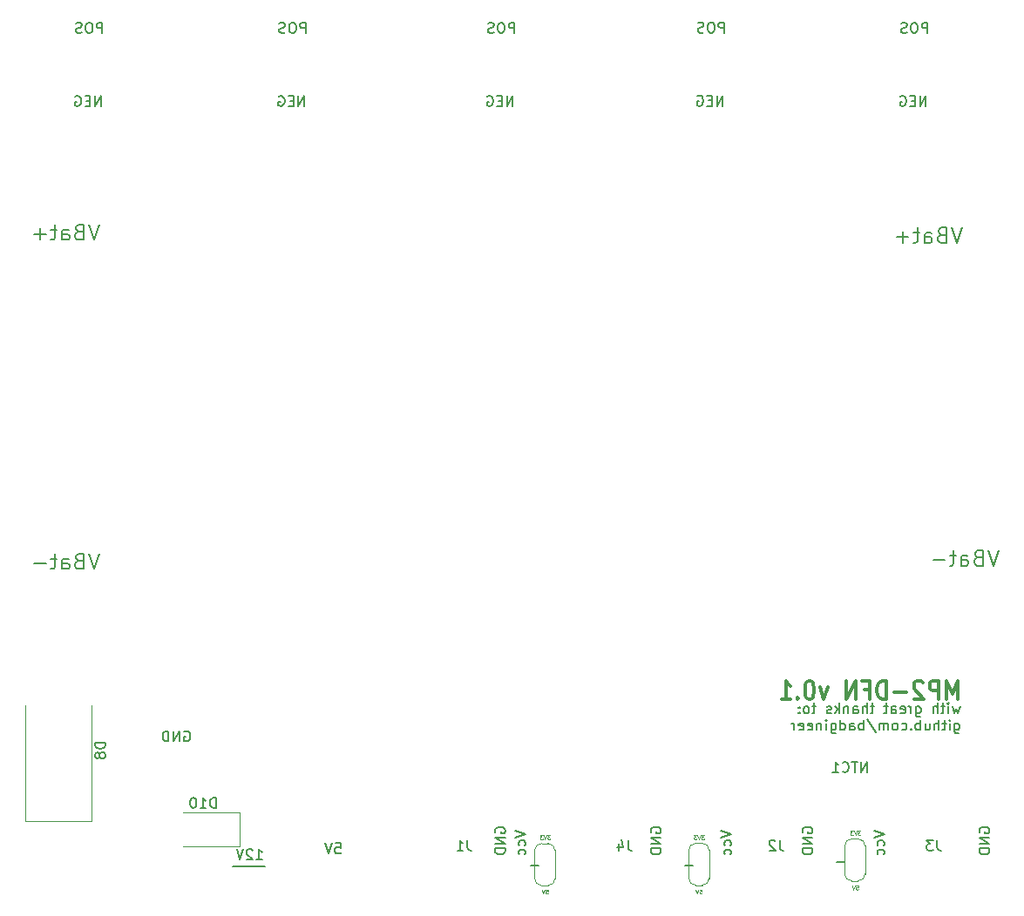
<source format=gbr>
%TF.GenerationSoftware,KiCad,Pcbnew,7.0.2-0*%
%TF.CreationDate,2023-08-29T20:24:27-04:00*%
%TF.ProjectId,MP2_DFN,4d50325f-4446-44e2-9e6b-696361645f70,rev?*%
%TF.SameCoordinates,Original*%
%TF.FileFunction,Legend,Bot*%
%TF.FilePolarity,Positive*%
%FSLAX46Y46*%
G04 Gerber Fmt 4.6, Leading zero omitted, Abs format (unit mm)*
G04 Created by KiCad (PCBNEW 7.0.2-0) date 2023-08-29 20:24:27*
%MOMM*%
%LPD*%
G01*
G04 APERTURE LIST*
%ADD10C,0.150000*%
%ADD11C,0.100000*%
%ADD12C,0.200000*%
%ADD13C,0.300000*%
%ADD14C,0.120000*%
G04 APERTURE END LIST*
D10*
X74650000Y-119550000D02*
X77800000Y-119550000D01*
X69938095Y-106425238D02*
X70033333Y-106377619D01*
X70033333Y-106377619D02*
X70176190Y-106377619D01*
X70176190Y-106377619D02*
X70319047Y-106425238D01*
X70319047Y-106425238D02*
X70414285Y-106520476D01*
X70414285Y-106520476D02*
X70461904Y-106615714D01*
X70461904Y-106615714D02*
X70509523Y-106806190D01*
X70509523Y-106806190D02*
X70509523Y-106949047D01*
X70509523Y-106949047D02*
X70461904Y-107139523D01*
X70461904Y-107139523D02*
X70414285Y-107234761D01*
X70414285Y-107234761D02*
X70319047Y-107330000D01*
X70319047Y-107330000D02*
X70176190Y-107377619D01*
X70176190Y-107377619D02*
X70080952Y-107377619D01*
X70080952Y-107377619D02*
X69938095Y-107330000D01*
X69938095Y-107330000D02*
X69890476Y-107282380D01*
X69890476Y-107282380D02*
X69890476Y-106949047D01*
X69890476Y-106949047D02*
X70080952Y-106949047D01*
X69461904Y-107377619D02*
X69461904Y-106377619D01*
X69461904Y-106377619D02*
X68890476Y-107377619D01*
X68890476Y-107377619D02*
X68890476Y-106377619D01*
X68414285Y-107377619D02*
X68414285Y-106377619D01*
X68414285Y-106377619D02*
X68176190Y-106377619D01*
X68176190Y-106377619D02*
X68033333Y-106425238D01*
X68033333Y-106425238D02*
X67938095Y-106520476D01*
X67938095Y-106520476D02*
X67890476Y-106615714D01*
X67890476Y-106615714D02*
X67842857Y-106806190D01*
X67842857Y-106806190D02*
X67842857Y-106949047D01*
X67842857Y-106949047D02*
X67890476Y-107139523D01*
X67890476Y-107139523D02*
X67938095Y-107234761D01*
X67938095Y-107234761D02*
X68033333Y-107330000D01*
X68033333Y-107330000D02*
X68176190Y-107377619D01*
X68176190Y-107377619D02*
X68414285Y-107377619D01*
X122261904Y-45577619D02*
X122261904Y-44577619D01*
X122261904Y-44577619D02*
X121690476Y-45577619D01*
X121690476Y-45577619D02*
X121690476Y-44577619D01*
X121214285Y-45053809D02*
X120880952Y-45053809D01*
X120738095Y-45577619D02*
X121214285Y-45577619D01*
X121214285Y-45577619D02*
X121214285Y-44577619D01*
X121214285Y-44577619D02*
X120738095Y-44577619D01*
X119785714Y-44625238D02*
X119880952Y-44577619D01*
X119880952Y-44577619D02*
X120023809Y-44577619D01*
X120023809Y-44577619D02*
X120166666Y-44625238D01*
X120166666Y-44625238D02*
X120261904Y-44720476D01*
X120261904Y-44720476D02*
X120309523Y-44815714D01*
X120309523Y-44815714D02*
X120357142Y-45006190D01*
X120357142Y-45006190D02*
X120357142Y-45149047D01*
X120357142Y-45149047D02*
X120309523Y-45339523D01*
X120309523Y-45339523D02*
X120261904Y-45434761D01*
X120261904Y-45434761D02*
X120166666Y-45530000D01*
X120166666Y-45530000D02*
X120023809Y-45577619D01*
X120023809Y-45577619D02*
X119928571Y-45577619D01*
X119928571Y-45577619D02*
X119785714Y-45530000D01*
X119785714Y-45530000D02*
X119738095Y-45482380D01*
X119738095Y-45482380D02*
X119738095Y-45149047D01*
X119738095Y-45149047D02*
X119928571Y-45149047D01*
X81600704Y-45597619D02*
X81600704Y-44597619D01*
X81600704Y-44597619D02*
X81029276Y-45597619D01*
X81029276Y-45597619D02*
X81029276Y-44597619D01*
X80553085Y-45073809D02*
X80219752Y-45073809D01*
X80076895Y-45597619D02*
X80553085Y-45597619D01*
X80553085Y-45597619D02*
X80553085Y-44597619D01*
X80553085Y-44597619D02*
X80076895Y-44597619D01*
X79124514Y-44645238D02*
X79219752Y-44597619D01*
X79219752Y-44597619D02*
X79362609Y-44597619D01*
X79362609Y-44597619D02*
X79505466Y-44645238D01*
X79505466Y-44645238D02*
X79600704Y-44740476D01*
X79600704Y-44740476D02*
X79648323Y-44835714D01*
X79648323Y-44835714D02*
X79695942Y-45026190D01*
X79695942Y-45026190D02*
X79695942Y-45169047D01*
X79695942Y-45169047D02*
X79648323Y-45359523D01*
X79648323Y-45359523D02*
X79600704Y-45454761D01*
X79600704Y-45454761D02*
X79505466Y-45550000D01*
X79505466Y-45550000D02*
X79362609Y-45597619D01*
X79362609Y-45597619D02*
X79267371Y-45597619D01*
X79267371Y-45597619D02*
X79124514Y-45550000D01*
X79124514Y-45550000D02*
X79076895Y-45502380D01*
X79076895Y-45502380D02*
X79076895Y-45169047D01*
X79076895Y-45169047D02*
X79267371Y-45169047D01*
D11*
X105495237Y-116485047D02*
X105247618Y-116485047D01*
X105247618Y-116485047D02*
X105380951Y-116637428D01*
X105380951Y-116637428D02*
X105323808Y-116637428D01*
X105323808Y-116637428D02*
X105285713Y-116656476D01*
X105285713Y-116656476D02*
X105266665Y-116675523D01*
X105266665Y-116675523D02*
X105247618Y-116713619D01*
X105247618Y-116713619D02*
X105247618Y-116808857D01*
X105247618Y-116808857D02*
X105266665Y-116846952D01*
X105266665Y-116846952D02*
X105285713Y-116866000D01*
X105285713Y-116866000D02*
X105323808Y-116885047D01*
X105323808Y-116885047D02*
X105438094Y-116885047D01*
X105438094Y-116885047D02*
X105476189Y-116866000D01*
X105476189Y-116866000D02*
X105495237Y-116846952D01*
X105133332Y-116485047D02*
X104999999Y-116885047D01*
X104999999Y-116885047D02*
X104866666Y-116485047D01*
X104771428Y-116485047D02*
X104523809Y-116485047D01*
X104523809Y-116485047D02*
X104657142Y-116637428D01*
X104657142Y-116637428D02*
X104599999Y-116637428D01*
X104599999Y-116637428D02*
X104561904Y-116656476D01*
X104561904Y-116656476D02*
X104542856Y-116675523D01*
X104542856Y-116675523D02*
X104523809Y-116713619D01*
X104523809Y-116713619D02*
X104523809Y-116808857D01*
X104523809Y-116808857D02*
X104542856Y-116846952D01*
X104542856Y-116846952D02*
X104561904Y-116866000D01*
X104561904Y-116866000D02*
X104599999Y-116885047D01*
X104599999Y-116885047D02*
X104714285Y-116885047D01*
X104714285Y-116885047D02*
X104752380Y-116866000D01*
X104752380Y-116866000D02*
X104771428Y-116846952D01*
D10*
X101869904Y-45597619D02*
X101869904Y-44597619D01*
X101869904Y-44597619D02*
X101298476Y-45597619D01*
X101298476Y-45597619D02*
X101298476Y-44597619D01*
X100822285Y-45073809D02*
X100488952Y-45073809D01*
X100346095Y-45597619D02*
X100822285Y-45597619D01*
X100822285Y-45597619D02*
X100822285Y-44597619D01*
X100822285Y-44597619D02*
X100346095Y-44597619D01*
X99393714Y-44645238D02*
X99488952Y-44597619D01*
X99488952Y-44597619D02*
X99631809Y-44597619D01*
X99631809Y-44597619D02*
X99774666Y-44645238D01*
X99774666Y-44645238D02*
X99869904Y-44740476D01*
X99869904Y-44740476D02*
X99917523Y-44835714D01*
X99917523Y-44835714D02*
X99965142Y-45026190D01*
X99965142Y-45026190D02*
X99965142Y-45169047D01*
X99965142Y-45169047D02*
X99917523Y-45359523D01*
X99917523Y-45359523D02*
X99869904Y-45454761D01*
X99869904Y-45454761D02*
X99774666Y-45550000D01*
X99774666Y-45550000D02*
X99631809Y-45597619D01*
X99631809Y-45597619D02*
X99536571Y-45597619D01*
X99536571Y-45597619D02*
X99393714Y-45550000D01*
X99393714Y-45550000D02*
X99346095Y-45502380D01*
X99346095Y-45502380D02*
X99346095Y-45169047D01*
X99346095Y-45169047D02*
X99536571Y-45169047D01*
X61991904Y-38485619D02*
X61991904Y-37485619D01*
X61991904Y-37485619D02*
X61610952Y-37485619D01*
X61610952Y-37485619D02*
X61515714Y-37533238D01*
X61515714Y-37533238D02*
X61468095Y-37580857D01*
X61468095Y-37580857D02*
X61420476Y-37676095D01*
X61420476Y-37676095D02*
X61420476Y-37818952D01*
X61420476Y-37818952D02*
X61468095Y-37914190D01*
X61468095Y-37914190D02*
X61515714Y-37961809D01*
X61515714Y-37961809D02*
X61610952Y-38009428D01*
X61610952Y-38009428D02*
X61991904Y-38009428D01*
X60801428Y-37485619D02*
X60610952Y-37485619D01*
X60610952Y-37485619D02*
X60515714Y-37533238D01*
X60515714Y-37533238D02*
X60420476Y-37628476D01*
X60420476Y-37628476D02*
X60372857Y-37818952D01*
X60372857Y-37818952D02*
X60372857Y-38152285D01*
X60372857Y-38152285D02*
X60420476Y-38342761D01*
X60420476Y-38342761D02*
X60515714Y-38438000D01*
X60515714Y-38438000D02*
X60610952Y-38485619D01*
X60610952Y-38485619D02*
X60801428Y-38485619D01*
X60801428Y-38485619D02*
X60896666Y-38438000D01*
X60896666Y-38438000D02*
X60991904Y-38342761D01*
X60991904Y-38342761D02*
X61039523Y-38152285D01*
X61039523Y-38152285D02*
X61039523Y-37818952D01*
X61039523Y-37818952D02*
X60991904Y-37628476D01*
X60991904Y-37628476D02*
X60896666Y-37533238D01*
X60896666Y-37533238D02*
X60801428Y-37485619D01*
X59991904Y-38438000D02*
X59849047Y-38485619D01*
X59849047Y-38485619D02*
X59610952Y-38485619D01*
X59610952Y-38485619D02*
X59515714Y-38438000D01*
X59515714Y-38438000D02*
X59468095Y-38390380D01*
X59468095Y-38390380D02*
X59420476Y-38295142D01*
X59420476Y-38295142D02*
X59420476Y-38199904D01*
X59420476Y-38199904D02*
X59468095Y-38104666D01*
X59468095Y-38104666D02*
X59515714Y-38057047D01*
X59515714Y-38057047D02*
X59610952Y-38009428D01*
X59610952Y-38009428D02*
X59801428Y-37961809D01*
X59801428Y-37961809D02*
X59896666Y-37914190D01*
X59896666Y-37914190D02*
X59944285Y-37866571D01*
X59944285Y-37866571D02*
X59991904Y-37771333D01*
X59991904Y-37771333D02*
X59991904Y-37676095D01*
X59991904Y-37676095D02*
X59944285Y-37580857D01*
X59944285Y-37580857D02*
X59896666Y-37533238D01*
X59896666Y-37533238D02*
X59801428Y-37485619D01*
X59801428Y-37485619D02*
X59563333Y-37485619D01*
X59563333Y-37485619D02*
X59420476Y-37533238D01*
X115308038Y-116261904D02*
X115260419Y-116166666D01*
X115260419Y-116166666D02*
X115260419Y-116023809D01*
X115260419Y-116023809D02*
X115308038Y-115880952D01*
X115308038Y-115880952D02*
X115403276Y-115785714D01*
X115403276Y-115785714D02*
X115498514Y-115738095D01*
X115498514Y-115738095D02*
X115688990Y-115690476D01*
X115688990Y-115690476D02*
X115831847Y-115690476D01*
X115831847Y-115690476D02*
X116022323Y-115738095D01*
X116022323Y-115738095D02*
X116117561Y-115785714D01*
X116117561Y-115785714D02*
X116212800Y-115880952D01*
X116212800Y-115880952D02*
X116260419Y-116023809D01*
X116260419Y-116023809D02*
X116260419Y-116119047D01*
X116260419Y-116119047D02*
X116212800Y-116261904D01*
X116212800Y-116261904D02*
X116165180Y-116309523D01*
X116165180Y-116309523D02*
X115831847Y-116309523D01*
X115831847Y-116309523D02*
X115831847Y-116119047D01*
X116260419Y-116738095D02*
X115260419Y-116738095D01*
X115260419Y-116738095D02*
X116260419Y-117309523D01*
X116260419Y-117309523D02*
X115260419Y-117309523D01*
X116260419Y-117785714D02*
X115260419Y-117785714D01*
X115260419Y-117785714D02*
X115260419Y-118023809D01*
X115260419Y-118023809D02*
X115308038Y-118166666D01*
X115308038Y-118166666D02*
X115403276Y-118261904D01*
X115403276Y-118261904D02*
X115498514Y-118309523D01*
X115498514Y-118309523D02*
X115688990Y-118357142D01*
X115688990Y-118357142D02*
X115831847Y-118357142D01*
X115831847Y-118357142D02*
X116022323Y-118309523D01*
X116022323Y-118309523D02*
X116117561Y-118261904D01*
X116117561Y-118261904D02*
X116212800Y-118166666D01*
X116212800Y-118166666D02*
X116260419Y-118023809D01*
X116260419Y-118023809D02*
X116260419Y-117785714D01*
X104355951Y-119431666D02*
X103594047Y-119431666D01*
X136952019Y-116071428D02*
X137952019Y-116404761D01*
X137952019Y-116404761D02*
X136952019Y-116738094D01*
X137904400Y-117499999D02*
X137952019Y-117404761D01*
X137952019Y-117404761D02*
X137952019Y-117214285D01*
X137952019Y-117214285D02*
X137904400Y-117119047D01*
X137904400Y-117119047D02*
X137856780Y-117071428D01*
X137856780Y-117071428D02*
X137761542Y-117023809D01*
X137761542Y-117023809D02*
X137475828Y-117023809D01*
X137475828Y-117023809D02*
X137380590Y-117071428D01*
X137380590Y-117071428D02*
X137332971Y-117119047D01*
X137332971Y-117119047D02*
X137285352Y-117214285D01*
X137285352Y-117214285D02*
X137285352Y-117404761D01*
X137285352Y-117404761D02*
X137332971Y-117499999D01*
X137904400Y-118357142D02*
X137952019Y-118261904D01*
X137952019Y-118261904D02*
X137952019Y-118071428D01*
X137952019Y-118071428D02*
X137904400Y-117976190D01*
X137904400Y-117976190D02*
X137856780Y-117928571D01*
X137856780Y-117928571D02*
X137761542Y-117880952D01*
X137761542Y-117880952D02*
X137475828Y-117880952D01*
X137475828Y-117880952D02*
X137380590Y-117928571D01*
X137380590Y-117928571D02*
X137332971Y-117976190D01*
X137332971Y-117976190D02*
X137285352Y-118071428D01*
X137285352Y-118071428D02*
X137285352Y-118261904D01*
X137285352Y-118261904D02*
X137332971Y-118357142D01*
X122067619Y-116071428D02*
X123067619Y-116404761D01*
X123067619Y-116404761D02*
X122067619Y-116738094D01*
X123020000Y-117499999D02*
X123067619Y-117404761D01*
X123067619Y-117404761D02*
X123067619Y-117214285D01*
X123067619Y-117214285D02*
X123020000Y-117119047D01*
X123020000Y-117119047D02*
X122972380Y-117071428D01*
X122972380Y-117071428D02*
X122877142Y-117023809D01*
X122877142Y-117023809D02*
X122591428Y-117023809D01*
X122591428Y-117023809D02*
X122496190Y-117071428D01*
X122496190Y-117071428D02*
X122448571Y-117119047D01*
X122448571Y-117119047D02*
X122400952Y-117214285D01*
X122400952Y-117214285D02*
X122400952Y-117404761D01*
X122400952Y-117404761D02*
X122448571Y-117499999D01*
X123020000Y-118357142D02*
X123067619Y-118261904D01*
X123067619Y-118261904D02*
X123067619Y-118071428D01*
X123067619Y-118071428D02*
X123020000Y-117976190D01*
X123020000Y-117976190D02*
X122972380Y-117928571D01*
X122972380Y-117928571D02*
X122877142Y-117880952D01*
X122877142Y-117880952D02*
X122591428Y-117880952D01*
X122591428Y-117880952D02*
X122496190Y-117928571D01*
X122496190Y-117928571D02*
X122448571Y-117976190D01*
X122448571Y-117976190D02*
X122400952Y-118071428D01*
X122400952Y-118071428D02*
X122400952Y-118261904D01*
X122400952Y-118261904D02*
X122448571Y-118357142D01*
X142154304Y-38485619D02*
X142154304Y-37485619D01*
X142154304Y-37485619D02*
X141773352Y-37485619D01*
X141773352Y-37485619D02*
X141678114Y-37533238D01*
X141678114Y-37533238D02*
X141630495Y-37580857D01*
X141630495Y-37580857D02*
X141582876Y-37676095D01*
X141582876Y-37676095D02*
X141582876Y-37818952D01*
X141582876Y-37818952D02*
X141630495Y-37914190D01*
X141630495Y-37914190D02*
X141678114Y-37961809D01*
X141678114Y-37961809D02*
X141773352Y-38009428D01*
X141773352Y-38009428D02*
X142154304Y-38009428D01*
X140963828Y-37485619D02*
X140773352Y-37485619D01*
X140773352Y-37485619D02*
X140678114Y-37533238D01*
X140678114Y-37533238D02*
X140582876Y-37628476D01*
X140582876Y-37628476D02*
X140535257Y-37818952D01*
X140535257Y-37818952D02*
X140535257Y-38152285D01*
X140535257Y-38152285D02*
X140582876Y-38342761D01*
X140582876Y-38342761D02*
X140678114Y-38438000D01*
X140678114Y-38438000D02*
X140773352Y-38485619D01*
X140773352Y-38485619D02*
X140963828Y-38485619D01*
X140963828Y-38485619D02*
X141059066Y-38438000D01*
X141059066Y-38438000D02*
X141154304Y-38342761D01*
X141154304Y-38342761D02*
X141201923Y-38152285D01*
X141201923Y-38152285D02*
X141201923Y-37818952D01*
X141201923Y-37818952D02*
X141154304Y-37628476D01*
X141154304Y-37628476D02*
X141059066Y-37533238D01*
X141059066Y-37533238D02*
X140963828Y-37485619D01*
X140154304Y-38438000D02*
X140011447Y-38485619D01*
X140011447Y-38485619D02*
X139773352Y-38485619D01*
X139773352Y-38485619D02*
X139678114Y-38438000D01*
X139678114Y-38438000D02*
X139630495Y-38390380D01*
X139630495Y-38390380D02*
X139582876Y-38295142D01*
X139582876Y-38295142D02*
X139582876Y-38199904D01*
X139582876Y-38199904D02*
X139630495Y-38104666D01*
X139630495Y-38104666D02*
X139678114Y-38057047D01*
X139678114Y-38057047D02*
X139773352Y-38009428D01*
X139773352Y-38009428D02*
X139963828Y-37961809D01*
X139963828Y-37961809D02*
X140059066Y-37914190D01*
X140059066Y-37914190D02*
X140106685Y-37866571D01*
X140106685Y-37866571D02*
X140154304Y-37771333D01*
X140154304Y-37771333D02*
X140154304Y-37676095D01*
X140154304Y-37676095D02*
X140106685Y-37580857D01*
X140106685Y-37580857D02*
X140059066Y-37533238D01*
X140059066Y-37533238D02*
X139963828Y-37485619D01*
X139963828Y-37485619D02*
X139725733Y-37485619D01*
X139725733Y-37485619D02*
X139582876Y-37533238D01*
D12*
X61705713Y-89109928D02*
X61205713Y-90609928D01*
X61205713Y-90609928D02*
X60705713Y-89109928D01*
X59705714Y-89824214D02*
X59491428Y-89895642D01*
X59491428Y-89895642D02*
X59419999Y-89967071D01*
X59419999Y-89967071D02*
X59348571Y-90109928D01*
X59348571Y-90109928D02*
X59348571Y-90324214D01*
X59348571Y-90324214D02*
X59419999Y-90467071D01*
X59419999Y-90467071D02*
X59491428Y-90538500D01*
X59491428Y-90538500D02*
X59634285Y-90609928D01*
X59634285Y-90609928D02*
X60205714Y-90609928D01*
X60205714Y-90609928D02*
X60205714Y-89109928D01*
X60205714Y-89109928D02*
X59705714Y-89109928D01*
X59705714Y-89109928D02*
X59562857Y-89181357D01*
X59562857Y-89181357D02*
X59491428Y-89252785D01*
X59491428Y-89252785D02*
X59419999Y-89395642D01*
X59419999Y-89395642D02*
X59419999Y-89538500D01*
X59419999Y-89538500D02*
X59491428Y-89681357D01*
X59491428Y-89681357D02*
X59562857Y-89752785D01*
X59562857Y-89752785D02*
X59705714Y-89824214D01*
X59705714Y-89824214D02*
X60205714Y-89824214D01*
X58062857Y-90609928D02*
X58062857Y-89824214D01*
X58062857Y-89824214D02*
X58134285Y-89681357D01*
X58134285Y-89681357D02*
X58277142Y-89609928D01*
X58277142Y-89609928D02*
X58562857Y-89609928D01*
X58562857Y-89609928D02*
X58705714Y-89681357D01*
X58062857Y-90538500D02*
X58205714Y-90609928D01*
X58205714Y-90609928D02*
X58562857Y-90609928D01*
X58562857Y-90609928D02*
X58705714Y-90538500D01*
X58705714Y-90538500D02*
X58777142Y-90395642D01*
X58777142Y-90395642D02*
X58777142Y-90252785D01*
X58777142Y-90252785D02*
X58705714Y-90109928D01*
X58705714Y-90109928D02*
X58562857Y-90038500D01*
X58562857Y-90038500D02*
X58205714Y-90038500D01*
X58205714Y-90038500D02*
X58062857Y-89967071D01*
X57562856Y-89609928D02*
X56991428Y-89609928D01*
X57348571Y-89109928D02*
X57348571Y-90395642D01*
X57348571Y-90395642D02*
X57277142Y-90538500D01*
X57277142Y-90538500D02*
X57134285Y-90609928D01*
X57134285Y-90609928D02*
X56991428Y-90609928D01*
X56491428Y-90038500D02*
X55348571Y-90038500D01*
D10*
X102103219Y-116071428D02*
X103103219Y-116404761D01*
X103103219Y-116404761D02*
X102103219Y-116738094D01*
X103055600Y-117499999D02*
X103103219Y-117404761D01*
X103103219Y-117404761D02*
X103103219Y-117214285D01*
X103103219Y-117214285D02*
X103055600Y-117119047D01*
X103055600Y-117119047D02*
X103007980Y-117071428D01*
X103007980Y-117071428D02*
X102912742Y-117023809D01*
X102912742Y-117023809D02*
X102627028Y-117023809D01*
X102627028Y-117023809D02*
X102531790Y-117071428D01*
X102531790Y-117071428D02*
X102484171Y-117119047D01*
X102484171Y-117119047D02*
X102436552Y-117214285D01*
X102436552Y-117214285D02*
X102436552Y-117404761D01*
X102436552Y-117404761D02*
X102484171Y-117499999D01*
X103055600Y-118357142D02*
X103103219Y-118261904D01*
X103103219Y-118261904D02*
X103103219Y-118071428D01*
X103103219Y-118071428D02*
X103055600Y-117976190D01*
X103055600Y-117976190D02*
X103007980Y-117928571D01*
X103007980Y-117928571D02*
X102912742Y-117880952D01*
X102912742Y-117880952D02*
X102627028Y-117880952D01*
X102627028Y-117880952D02*
X102531790Y-117928571D01*
X102531790Y-117928571D02*
X102484171Y-117976190D01*
X102484171Y-117976190D02*
X102436552Y-118071428D01*
X102436552Y-118071428D02*
X102436552Y-118261904D01*
X102436552Y-118261904D02*
X102484171Y-118357142D01*
D11*
X105076189Y-121785047D02*
X105266665Y-121785047D01*
X105266665Y-121785047D02*
X105285713Y-121975523D01*
X105285713Y-121975523D02*
X105266665Y-121956476D01*
X105266665Y-121956476D02*
X105228570Y-121937428D01*
X105228570Y-121937428D02*
X105133332Y-121937428D01*
X105133332Y-121937428D02*
X105095237Y-121956476D01*
X105095237Y-121956476D02*
X105076189Y-121975523D01*
X105076189Y-121975523D02*
X105057142Y-122013619D01*
X105057142Y-122013619D02*
X105057142Y-122108857D01*
X105057142Y-122108857D02*
X105076189Y-122146952D01*
X105076189Y-122146952D02*
X105095237Y-122166000D01*
X105095237Y-122166000D02*
X105133332Y-122185047D01*
X105133332Y-122185047D02*
X105228570Y-122185047D01*
X105228570Y-122185047D02*
X105266665Y-122166000D01*
X105266665Y-122166000D02*
X105285713Y-122146952D01*
X104942856Y-121785047D02*
X104809523Y-122185047D01*
X104809523Y-122185047D02*
X104676190Y-121785047D01*
D10*
X145307142Y-103985952D02*
X145116666Y-104652619D01*
X145116666Y-104652619D02*
X144926190Y-104176428D01*
X144926190Y-104176428D02*
X144735714Y-104652619D01*
X144735714Y-104652619D02*
X144545238Y-103985952D01*
X144164285Y-104652619D02*
X144164285Y-103985952D01*
X144164285Y-103652619D02*
X144211904Y-103700238D01*
X144211904Y-103700238D02*
X144164285Y-103747857D01*
X144164285Y-103747857D02*
X144116666Y-103700238D01*
X144116666Y-103700238D02*
X144164285Y-103652619D01*
X144164285Y-103652619D02*
X144164285Y-103747857D01*
X143830952Y-103985952D02*
X143450000Y-103985952D01*
X143688095Y-103652619D02*
X143688095Y-104509761D01*
X143688095Y-104509761D02*
X143640476Y-104605000D01*
X143640476Y-104605000D02*
X143545238Y-104652619D01*
X143545238Y-104652619D02*
X143450000Y-104652619D01*
X143116666Y-104652619D02*
X143116666Y-103652619D01*
X142688095Y-104652619D02*
X142688095Y-104128809D01*
X142688095Y-104128809D02*
X142735714Y-104033571D01*
X142735714Y-104033571D02*
X142830952Y-103985952D01*
X142830952Y-103985952D02*
X142973809Y-103985952D01*
X142973809Y-103985952D02*
X143069047Y-104033571D01*
X143069047Y-104033571D02*
X143116666Y-104081190D01*
X141021428Y-103985952D02*
X141021428Y-104795476D01*
X141021428Y-104795476D02*
X141069047Y-104890714D01*
X141069047Y-104890714D02*
X141116666Y-104938333D01*
X141116666Y-104938333D02*
X141211904Y-104985952D01*
X141211904Y-104985952D02*
X141354761Y-104985952D01*
X141354761Y-104985952D02*
X141449999Y-104938333D01*
X141021428Y-104605000D02*
X141116666Y-104652619D01*
X141116666Y-104652619D02*
X141307142Y-104652619D01*
X141307142Y-104652619D02*
X141402380Y-104605000D01*
X141402380Y-104605000D02*
X141449999Y-104557380D01*
X141449999Y-104557380D02*
X141497618Y-104462142D01*
X141497618Y-104462142D02*
X141497618Y-104176428D01*
X141497618Y-104176428D02*
X141449999Y-104081190D01*
X141449999Y-104081190D02*
X141402380Y-104033571D01*
X141402380Y-104033571D02*
X141307142Y-103985952D01*
X141307142Y-103985952D02*
X141116666Y-103985952D01*
X141116666Y-103985952D02*
X141021428Y-104033571D01*
X140545237Y-104652619D02*
X140545237Y-103985952D01*
X140545237Y-104176428D02*
X140497618Y-104081190D01*
X140497618Y-104081190D02*
X140449999Y-104033571D01*
X140449999Y-104033571D02*
X140354761Y-103985952D01*
X140354761Y-103985952D02*
X140259523Y-103985952D01*
X139545237Y-104605000D02*
X139640475Y-104652619D01*
X139640475Y-104652619D02*
X139830951Y-104652619D01*
X139830951Y-104652619D02*
X139926189Y-104605000D01*
X139926189Y-104605000D02*
X139973808Y-104509761D01*
X139973808Y-104509761D02*
X139973808Y-104128809D01*
X139973808Y-104128809D02*
X139926189Y-104033571D01*
X139926189Y-104033571D02*
X139830951Y-103985952D01*
X139830951Y-103985952D02*
X139640475Y-103985952D01*
X139640475Y-103985952D02*
X139545237Y-104033571D01*
X139545237Y-104033571D02*
X139497618Y-104128809D01*
X139497618Y-104128809D02*
X139497618Y-104224047D01*
X139497618Y-104224047D02*
X139973808Y-104319285D01*
X138640475Y-104652619D02*
X138640475Y-104128809D01*
X138640475Y-104128809D02*
X138688094Y-104033571D01*
X138688094Y-104033571D02*
X138783332Y-103985952D01*
X138783332Y-103985952D02*
X138973808Y-103985952D01*
X138973808Y-103985952D02*
X139069046Y-104033571D01*
X138640475Y-104605000D02*
X138735713Y-104652619D01*
X138735713Y-104652619D02*
X138973808Y-104652619D01*
X138973808Y-104652619D02*
X139069046Y-104605000D01*
X139069046Y-104605000D02*
X139116665Y-104509761D01*
X139116665Y-104509761D02*
X139116665Y-104414523D01*
X139116665Y-104414523D02*
X139069046Y-104319285D01*
X139069046Y-104319285D02*
X138973808Y-104271666D01*
X138973808Y-104271666D02*
X138735713Y-104271666D01*
X138735713Y-104271666D02*
X138640475Y-104224047D01*
X138307141Y-103985952D02*
X137926189Y-103985952D01*
X138164284Y-103652619D02*
X138164284Y-104509761D01*
X138164284Y-104509761D02*
X138116665Y-104605000D01*
X138116665Y-104605000D02*
X138021427Y-104652619D01*
X138021427Y-104652619D02*
X137926189Y-104652619D01*
X136973807Y-103985952D02*
X136592855Y-103985952D01*
X136830950Y-103652619D02*
X136830950Y-104509761D01*
X136830950Y-104509761D02*
X136783331Y-104605000D01*
X136783331Y-104605000D02*
X136688093Y-104652619D01*
X136688093Y-104652619D02*
X136592855Y-104652619D01*
X136259521Y-104652619D02*
X136259521Y-103652619D01*
X135830950Y-104652619D02*
X135830950Y-104128809D01*
X135830950Y-104128809D02*
X135878569Y-104033571D01*
X135878569Y-104033571D02*
X135973807Y-103985952D01*
X135973807Y-103985952D02*
X136116664Y-103985952D01*
X136116664Y-103985952D02*
X136211902Y-104033571D01*
X136211902Y-104033571D02*
X136259521Y-104081190D01*
X134926188Y-104652619D02*
X134926188Y-104128809D01*
X134926188Y-104128809D02*
X134973807Y-104033571D01*
X134973807Y-104033571D02*
X135069045Y-103985952D01*
X135069045Y-103985952D02*
X135259521Y-103985952D01*
X135259521Y-103985952D02*
X135354759Y-104033571D01*
X134926188Y-104605000D02*
X135021426Y-104652619D01*
X135021426Y-104652619D02*
X135259521Y-104652619D01*
X135259521Y-104652619D02*
X135354759Y-104605000D01*
X135354759Y-104605000D02*
X135402378Y-104509761D01*
X135402378Y-104509761D02*
X135402378Y-104414523D01*
X135402378Y-104414523D02*
X135354759Y-104319285D01*
X135354759Y-104319285D02*
X135259521Y-104271666D01*
X135259521Y-104271666D02*
X135021426Y-104271666D01*
X135021426Y-104271666D02*
X134926188Y-104224047D01*
X134449997Y-103985952D02*
X134449997Y-104652619D01*
X134449997Y-104081190D02*
X134402378Y-104033571D01*
X134402378Y-104033571D02*
X134307140Y-103985952D01*
X134307140Y-103985952D02*
X134164283Y-103985952D01*
X134164283Y-103985952D02*
X134069045Y-104033571D01*
X134069045Y-104033571D02*
X134021426Y-104128809D01*
X134021426Y-104128809D02*
X134021426Y-104652619D01*
X133545235Y-104652619D02*
X133545235Y-103652619D01*
X133449997Y-104271666D02*
X133164283Y-104652619D01*
X133164283Y-103985952D02*
X133545235Y-104366904D01*
X132783330Y-104605000D02*
X132688092Y-104652619D01*
X132688092Y-104652619D02*
X132497616Y-104652619D01*
X132497616Y-104652619D02*
X132402378Y-104605000D01*
X132402378Y-104605000D02*
X132354759Y-104509761D01*
X132354759Y-104509761D02*
X132354759Y-104462142D01*
X132354759Y-104462142D02*
X132402378Y-104366904D01*
X132402378Y-104366904D02*
X132497616Y-104319285D01*
X132497616Y-104319285D02*
X132640473Y-104319285D01*
X132640473Y-104319285D02*
X132735711Y-104271666D01*
X132735711Y-104271666D02*
X132783330Y-104176428D01*
X132783330Y-104176428D02*
X132783330Y-104128809D01*
X132783330Y-104128809D02*
X132735711Y-104033571D01*
X132735711Y-104033571D02*
X132640473Y-103985952D01*
X132640473Y-103985952D02*
X132497616Y-103985952D01*
X132497616Y-103985952D02*
X132402378Y-104033571D01*
X131307139Y-103985952D02*
X130926187Y-103985952D01*
X131164282Y-103652619D02*
X131164282Y-104509761D01*
X131164282Y-104509761D02*
X131116663Y-104605000D01*
X131116663Y-104605000D02*
X131021425Y-104652619D01*
X131021425Y-104652619D02*
X130926187Y-104652619D01*
X130449996Y-104652619D02*
X130545234Y-104605000D01*
X130545234Y-104605000D02*
X130592853Y-104557380D01*
X130592853Y-104557380D02*
X130640472Y-104462142D01*
X130640472Y-104462142D02*
X130640472Y-104176428D01*
X130640472Y-104176428D02*
X130592853Y-104081190D01*
X130592853Y-104081190D02*
X130545234Y-104033571D01*
X130545234Y-104033571D02*
X130449996Y-103985952D01*
X130449996Y-103985952D02*
X130307139Y-103985952D01*
X130307139Y-103985952D02*
X130211901Y-104033571D01*
X130211901Y-104033571D02*
X130164282Y-104081190D01*
X130164282Y-104081190D02*
X130116663Y-104176428D01*
X130116663Y-104176428D02*
X130116663Y-104462142D01*
X130116663Y-104462142D02*
X130164282Y-104557380D01*
X130164282Y-104557380D02*
X130211901Y-104605000D01*
X130211901Y-104605000D02*
X130307139Y-104652619D01*
X130307139Y-104652619D02*
X130449996Y-104652619D01*
X129688091Y-104557380D02*
X129640472Y-104605000D01*
X129640472Y-104605000D02*
X129688091Y-104652619D01*
X129688091Y-104652619D02*
X129735710Y-104605000D01*
X129735710Y-104605000D02*
X129688091Y-104557380D01*
X129688091Y-104557380D02*
X129688091Y-104652619D01*
X129688091Y-104033571D02*
X129640472Y-104081190D01*
X129640472Y-104081190D02*
X129688091Y-104128809D01*
X129688091Y-104128809D02*
X129735710Y-104081190D01*
X129735710Y-104081190D02*
X129688091Y-104033571D01*
X129688091Y-104033571D02*
X129688091Y-104128809D01*
X144783333Y-105605952D02*
X144783333Y-106415476D01*
X144783333Y-106415476D02*
X144830952Y-106510714D01*
X144830952Y-106510714D02*
X144878571Y-106558333D01*
X144878571Y-106558333D02*
X144973809Y-106605952D01*
X144973809Y-106605952D02*
X145116666Y-106605952D01*
X145116666Y-106605952D02*
X145211904Y-106558333D01*
X144783333Y-106225000D02*
X144878571Y-106272619D01*
X144878571Y-106272619D02*
X145069047Y-106272619D01*
X145069047Y-106272619D02*
X145164285Y-106225000D01*
X145164285Y-106225000D02*
X145211904Y-106177380D01*
X145211904Y-106177380D02*
X145259523Y-106082142D01*
X145259523Y-106082142D02*
X145259523Y-105796428D01*
X145259523Y-105796428D02*
X145211904Y-105701190D01*
X145211904Y-105701190D02*
X145164285Y-105653571D01*
X145164285Y-105653571D02*
X145069047Y-105605952D01*
X145069047Y-105605952D02*
X144878571Y-105605952D01*
X144878571Y-105605952D02*
X144783333Y-105653571D01*
X144307142Y-106272619D02*
X144307142Y-105605952D01*
X144307142Y-105272619D02*
X144354761Y-105320238D01*
X144354761Y-105320238D02*
X144307142Y-105367857D01*
X144307142Y-105367857D02*
X144259523Y-105320238D01*
X144259523Y-105320238D02*
X144307142Y-105272619D01*
X144307142Y-105272619D02*
X144307142Y-105367857D01*
X143973809Y-105605952D02*
X143592857Y-105605952D01*
X143830952Y-105272619D02*
X143830952Y-106129761D01*
X143830952Y-106129761D02*
X143783333Y-106225000D01*
X143783333Y-106225000D02*
X143688095Y-106272619D01*
X143688095Y-106272619D02*
X143592857Y-106272619D01*
X143259523Y-106272619D02*
X143259523Y-105272619D01*
X142830952Y-106272619D02*
X142830952Y-105748809D01*
X142830952Y-105748809D02*
X142878571Y-105653571D01*
X142878571Y-105653571D02*
X142973809Y-105605952D01*
X142973809Y-105605952D02*
X143116666Y-105605952D01*
X143116666Y-105605952D02*
X143211904Y-105653571D01*
X143211904Y-105653571D02*
X143259523Y-105701190D01*
X141926190Y-105605952D02*
X141926190Y-106272619D01*
X142354761Y-105605952D02*
X142354761Y-106129761D01*
X142354761Y-106129761D02*
X142307142Y-106225000D01*
X142307142Y-106225000D02*
X142211904Y-106272619D01*
X142211904Y-106272619D02*
X142069047Y-106272619D01*
X142069047Y-106272619D02*
X141973809Y-106225000D01*
X141973809Y-106225000D02*
X141926190Y-106177380D01*
X141449999Y-106272619D02*
X141449999Y-105272619D01*
X141449999Y-105653571D02*
X141354761Y-105605952D01*
X141354761Y-105605952D02*
X141164285Y-105605952D01*
X141164285Y-105605952D02*
X141069047Y-105653571D01*
X141069047Y-105653571D02*
X141021428Y-105701190D01*
X141021428Y-105701190D02*
X140973809Y-105796428D01*
X140973809Y-105796428D02*
X140973809Y-106082142D01*
X140973809Y-106082142D02*
X141021428Y-106177380D01*
X141021428Y-106177380D02*
X141069047Y-106225000D01*
X141069047Y-106225000D02*
X141164285Y-106272619D01*
X141164285Y-106272619D02*
X141354761Y-106272619D01*
X141354761Y-106272619D02*
X141449999Y-106225000D01*
X140545237Y-106177380D02*
X140497618Y-106225000D01*
X140497618Y-106225000D02*
X140545237Y-106272619D01*
X140545237Y-106272619D02*
X140592856Y-106225000D01*
X140592856Y-106225000D02*
X140545237Y-106177380D01*
X140545237Y-106177380D02*
X140545237Y-106272619D01*
X139640476Y-106225000D02*
X139735714Y-106272619D01*
X139735714Y-106272619D02*
X139926190Y-106272619D01*
X139926190Y-106272619D02*
X140021428Y-106225000D01*
X140021428Y-106225000D02*
X140069047Y-106177380D01*
X140069047Y-106177380D02*
X140116666Y-106082142D01*
X140116666Y-106082142D02*
X140116666Y-105796428D01*
X140116666Y-105796428D02*
X140069047Y-105701190D01*
X140069047Y-105701190D02*
X140021428Y-105653571D01*
X140021428Y-105653571D02*
X139926190Y-105605952D01*
X139926190Y-105605952D02*
X139735714Y-105605952D01*
X139735714Y-105605952D02*
X139640476Y-105653571D01*
X139069047Y-106272619D02*
X139164285Y-106225000D01*
X139164285Y-106225000D02*
X139211904Y-106177380D01*
X139211904Y-106177380D02*
X139259523Y-106082142D01*
X139259523Y-106082142D02*
X139259523Y-105796428D01*
X139259523Y-105796428D02*
X139211904Y-105701190D01*
X139211904Y-105701190D02*
X139164285Y-105653571D01*
X139164285Y-105653571D02*
X139069047Y-105605952D01*
X139069047Y-105605952D02*
X138926190Y-105605952D01*
X138926190Y-105605952D02*
X138830952Y-105653571D01*
X138830952Y-105653571D02*
X138783333Y-105701190D01*
X138783333Y-105701190D02*
X138735714Y-105796428D01*
X138735714Y-105796428D02*
X138735714Y-106082142D01*
X138735714Y-106082142D02*
X138783333Y-106177380D01*
X138783333Y-106177380D02*
X138830952Y-106225000D01*
X138830952Y-106225000D02*
X138926190Y-106272619D01*
X138926190Y-106272619D02*
X139069047Y-106272619D01*
X138307142Y-106272619D02*
X138307142Y-105605952D01*
X138307142Y-105701190D02*
X138259523Y-105653571D01*
X138259523Y-105653571D02*
X138164285Y-105605952D01*
X138164285Y-105605952D02*
X138021428Y-105605952D01*
X138021428Y-105605952D02*
X137926190Y-105653571D01*
X137926190Y-105653571D02*
X137878571Y-105748809D01*
X137878571Y-105748809D02*
X137878571Y-106272619D01*
X137878571Y-105748809D02*
X137830952Y-105653571D01*
X137830952Y-105653571D02*
X137735714Y-105605952D01*
X137735714Y-105605952D02*
X137592857Y-105605952D01*
X137592857Y-105605952D02*
X137497618Y-105653571D01*
X137497618Y-105653571D02*
X137449999Y-105748809D01*
X137449999Y-105748809D02*
X137449999Y-106272619D01*
X136259524Y-105225000D02*
X137116666Y-106510714D01*
X135926190Y-106272619D02*
X135926190Y-105272619D01*
X135926190Y-105653571D02*
X135830952Y-105605952D01*
X135830952Y-105605952D02*
X135640476Y-105605952D01*
X135640476Y-105605952D02*
X135545238Y-105653571D01*
X135545238Y-105653571D02*
X135497619Y-105701190D01*
X135497619Y-105701190D02*
X135450000Y-105796428D01*
X135450000Y-105796428D02*
X135450000Y-106082142D01*
X135450000Y-106082142D02*
X135497619Y-106177380D01*
X135497619Y-106177380D02*
X135545238Y-106225000D01*
X135545238Y-106225000D02*
X135640476Y-106272619D01*
X135640476Y-106272619D02*
X135830952Y-106272619D01*
X135830952Y-106272619D02*
X135926190Y-106225000D01*
X134592857Y-106272619D02*
X134592857Y-105748809D01*
X134592857Y-105748809D02*
X134640476Y-105653571D01*
X134640476Y-105653571D02*
X134735714Y-105605952D01*
X134735714Y-105605952D02*
X134926190Y-105605952D01*
X134926190Y-105605952D02*
X135021428Y-105653571D01*
X134592857Y-106225000D02*
X134688095Y-106272619D01*
X134688095Y-106272619D02*
X134926190Y-106272619D01*
X134926190Y-106272619D02*
X135021428Y-106225000D01*
X135021428Y-106225000D02*
X135069047Y-106129761D01*
X135069047Y-106129761D02*
X135069047Y-106034523D01*
X135069047Y-106034523D02*
X135021428Y-105939285D01*
X135021428Y-105939285D02*
X134926190Y-105891666D01*
X134926190Y-105891666D02*
X134688095Y-105891666D01*
X134688095Y-105891666D02*
X134592857Y-105844047D01*
X133688095Y-106272619D02*
X133688095Y-105272619D01*
X133688095Y-106225000D02*
X133783333Y-106272619D01*
X133783333Y-106272619D02*
X133973809Y-106272619D01*
X133973809Y-106272619D02*
X134069047Y-106225000D01*
X134069047Y-106225000D02*
X134116666Y-106177380D01*
X134116666Y-106177380D02*
X134164285Y-106082142D01*
X134164285Y-106082142D02*
X134164285Y-105796428D01*
X134164285Y-105796428D02*
X134116666Y-105701190D01*
X134116666Y-105701190D02*
X134069047Y-105653571D01*
X134069047Y-105653571D02*
X133973809Y-105605952D01*
X133973809Y-105605952D02*
X133783333Y-105605952D01*
X133783333Y-105605952D02*
X133688095Y-105653571D01*
X132783333Y-105605952D02*
X132783333Y-106415476D01*
X132783333Y-106415476D02*
X132830952Y-106510714D01*
X132830952Y-106510714D02*
X132878571Y-106558333D01*
X132878571Y-106558333D02*
X132973809Y-106605952D01*
X132973809Y-106605952D02*
X133116666Y-106605952D01*
X133116666Y-106605952D02*
X133211904Y-106558333D01*
X132783333Y-106225000D02*
X132878571Y-106272619D01*
X132878571Y-106272619D02*
X133069047Y-106272619D01*
X133069047Y-106272619D02*
X133164285Y-106225000D01*
X133164285Y-106225000D02*
X133211904Y-106177380D01*
X133211904Y-106177380D02*
X133259523Y-106082142D01*
X133259523Y-106082142D02*
X133259523Y-105796428D01*
X133259523Y-105796428D02*
X133211904Y-105701190D01*
X133211904Y-105701190D02*
X133164285Y-105653571D01*
X133164285Y-105653571D02*
X133069047Y-105605952D01*
X133069047Y-105605952D02*
X132878571Y-105605952D01*
X132878571Y-105605952D02*
X132783333Y-105653571D01*
X132307142Y-106272619D02*
X132307142Y-105605952D01*
X132307142Y-105272619D02*
X132354761Y-105320238D01*
X132354761Y-105320238D02*
X132307142Y-105367857D01*
X132307142Y-105367857D02*
X132259523Y-105320238D01*
X132259523Y-105320238D02*
X132307142Y-105272619D01*
X132307142Y-105272619D02*
X132307142Y-105367857D01*
X131830952Y-105605952D02*
X131830952Y-106272619D01*
X131830952Y-105701190D02*
X131783333Y-105653571D01*
X131783333Y-105653571D02*
X131688095Y-105605952D01*
X131688095Y-105605952D02*
X131545238Y-105605952D01*
X131545238Y-105605952D02*
X131450000Y-105653571D01*
X131450000Y-105653571D02*
X131402381Y-105748809D01*
X131402381Y-105748809D02*
X131402381Y-106272619D01*
X130545238Y-106225000D02*
X130640476Y-106272619D01*
X130640476Y-106272619D02*
X130830952Y-106272619D01*
X130830952Y-106272619D02*
X130926190Y-106225000D01*
X130926190Y-106225000D02*
X130973809Y-106129761D01*
X130973809Y-106129761D02*
X130973809Y-105748809D01*
X130973809Y-105748809D02*
X130926190Y-105653571D01*
X130926190Y-105653571D02*
X130830952Y-105605952D01*
X130830952Y-105605952D02*
X130640476Y-105605952D01*
X130640476Y-105605952D02*
X130545238Y-105653571D01*
X130545238Y-105653571D02*
X130497619Y-105748809D01*
X130497619Y-105748809D02*
X130497619Y-105844047D01*
X130497619Y-105844047D02*
X130973809Y-105939285D01*
X129688095Y-106225000D02*
X129783333Y-106272619D01*
X129783333Y-106272619D02*
X129973809Y-106272619D01*
X129973809Y-106272619D02*
X130069047Y-106225000D01*
X130069047Y-106225000D02*
X130116666Y-106129761D01*
X130116666Y-106129761D02*
X130116666Y-105748809D01*
X130116666Y-105748809D02*
X130069047Y-105653571D01*
X130069047Y-105653571D02*
X129973809Y-105605952D01*
X129973809Y-105605952D02*
X129783333Y-105605952D01*
X129783333Y-105605952D02*
X129688095Y-105653571D01*
X129688095Y-105653571D02*
X129640476Y-105748809D01*
X129640476Y-105748809D02*
X129640476Y-105844047D01*
X129640476Y-105844047D02*
X130116666Y-105939285D01*
X129211904Y-106272619D02*
X129211904Y-105605952D01*
X129211904Y-105796428D02*
X129164285Y-105701190D01*
X129164285Y-105701190D02*
X129116666Y-105653571D01*
X129116666Y-105653571D02*
X129021428Y-105605952D01*
X129021428Y-105605952D02*
X128926190Y-105605952D01*
D11*
X120445237Y-116485047D02*
X120197618Y-116485047D01*
X120197618Y-116485047D02*
X120330951Y-116637428D01*
X120330951Y-116637428D02*
X120273808Y-116637428D01*
X120273808Y-116637428D02*
X120235713Y-116656476D01*
X120235713Y-116656476D02*
X120216665Y-116675523D01*
X120216665Y-116675523D02*
X120197618Y-116713619D01*
X120197618Y-116713619D02*
X120197618Y-116808857D01*
X120197618Y-116808857D02*
X120216665Y-116846952D01*
X120216665Y-116846952D02*
X120235713Y-116866000D01*
X120235713Y-116866000D02*
X120273808Y-116885047D01*
X120273808Y-116885047D02*
X120388094Y-116885047D01*
X120388094Y-116885047D02*
X120426189Y-116866000D01*
X120426189Y-116866000D02*
X120445237Y-116846952D01*
X120083332Y-116485047D02*
X119949999Y-116885047D01*
X119949999Y-116885047D02*
X119816666Y-116485047D01*
X119721428Y-116485047D02*
X119473809Y-116485047D01*
X119473809Y-116485047D02*
X119607142Y-116637428D01*
X119607142Y-116637428D02*
X119549999Y-116637428D01*
X119549999Y-116637428D02*
X119511904Y-116656476D01*
X119511904Y-116656476D02*
X119492856Y-116675523D01*
X119492856Y-116675523D02*
X119473809Y-116713619D01*
X119473809Y-116713619D02*
X119473809Y-116808857D01*
X119473809Y-116808857D02*
X119492856Y-116846952D01*
X119492856Y-116846952D02*
X119511904Y-116866000D01*
X119511904Y-116866000D02*
X119549999Y-116885047D01*
X119549999Y-116885047D02*
X119664285Y-116885047D01*
X119664285Y-116885047D02*
X119702380Y-116866000D01*
X119702380Y-116866000D02*
X119721428Y-116846952D01*
D10*
X136261504Y-110367619D02*
X136261504Y-109367619D01*
X136261504Y-109367619D02*
X135690076Y-110367619D01*
X135690076Y-110367619D02*
X135690076Y-109367619D01*
X135356742Y-109367619D02*
X134785314Y-109367619D01*
X135071028Y-110367619D02*
X135071028Y-109367619D01*
X133880552Y-110272380D02*
X133928171Y-110320000D01*
X133928171Y-110320000D02*
X134071028Y-110367619D01*
X134071028Y-110367619D02*
X134166266Y-110367619D01*
X134166266Y-110367619D02*
X134309123Y-110320000D01*
X134309123Y-110320000D02*
X134404361Y-110224761D01*
X134404361Y-110224761D02*
X134451980Y-110129523D01*
X134451980Y-110129523D02*
X134499599Y-109939047D01*
X134499599Y-109939047D02*
X134499599Y-109796190D01*
X134499599Y-109796190D02*
X134451980Y-109605714D01*
X134451980Y-109605714D02*
X134404361Y-109510476D01*
X134404361Y-109510476D02*
X134309123Y-109415238D01*
X134309123Y-109415238D02*
X134166266Y-109367619D01*
X134166266Y-109367619D02*
X134071028Y-109367619D01*
X134071028Y-109367619D02*
X133928171Y-109415238D01*
X133928171Y-109415238D02*
X133880552Y-109462857D01*
X132928171Y-110367619D02*
X133499599Y-110367619D01*
X133213885Y-110367619D02*
X133213885Y-109367619D01*
X133213885Y-109367619D02*
X133309123Y-109510476D01*
X133309123Y-109510476D02*
X133404361Y-109605714D01*
X133404361Y-109605714D02*
X133499599Y-109653333D01*
X76938095Y-118877619D02*
X77509523Y-118877619D01*
X77223809Y-118877619D02*
X77223809Y-117877619D01*
X77223809Y-117877619D02*
X77319047Y-118020476D01*
X77319047Y-118020476D02*
X77414285Y-118115714D01*
X77414285Y-118115714D02*
X77509523Y-118163333D01*
X76557142Y-117972857D02*
X76509523Y-117925238D01*
X76509523Y-117925238D02*
X76414285Y-117877619D01*
X76414285Y-117877619D02*
X76176190Y-117877619D01*
X76176190Y-117877619D02*
X76080952Y-117925238D01*
X76080952Y-117925238D02*
X76033333Y-117972857D01*
X76033333Y-117972857D02*
X75985714Y-118068095D01*
X75985714Y-118068095D02*
X75985714Y-118163333D01*
X75985714Y-118163333D02*
X76033333Y-118306190D01*
X76033333Y-118306190D02*
X76604761Y-118877619D01*
X76604761Y-118877619D02*
X75985714Y-118877619D01*
X75699999Y-117877619D02*
X75366666Y-118877619D01*
X75366666Y-118877619D02*
X75033333Y-117877619D01*
D12*
X149045713Y-88783928D02*
X148545713Y-90283928D01*
X148545713Y-90283928D02*
X148045713Y-88783928D01*
X147045714Y-89498214D02*
X146831428Y-89569642D01*
X146831428Y-89569642D02*
X146759999Y-89641071D01*
X146759999Y-89641071D02*
X146688571Y-89783928D01*
X146688571Y-89783928D02*
X146688571Y-89998214D01*
X146688571Y-89998214D02*
X146759999Y-90141071D01*
X146759999Y-90141071D02*
X146831428Y-90212500D01*
X146831428Y-90212500D02*
X146974285Y-90283928D01*
X146974285Y-90283928D02*
X147545714Y-90283928D01*
X147545714Y-90283928D02*
X147545714Y-88783928D01*
X147545714Y-88783928D02*
X147045714Y-88783928D01*
X147045714Y-88783928D02*
X146902857Y-88855357D01*
X146902857Y-88855357D02*
X146831428Y-88926785D01*
X146831428Y-88926785D02*
X146759999Y-89069642D01*
X146759999Y-89069642D02*
X146759999Y-89212500D01*
X146759999Y-89212500D02*
X146831428Y-89355357D01*
X146831428Y-89355357D02*
X146902857Y-89426785D01*
X146902857Y-89426785D02*
X147045714Y-89498214D01*
X147045714Y-89498214D02*
X147545714Y-89498214D01*
X145402857Y-90283928D02*
X145402857Y-89498214D01*
X145402857Y-89498214D02*
X145474285Y-89355357D01*
X145474285Y-89355357D02*
X145617142Y-89283928D01*
X145617142Y-89283928D02*
X145902857Y-89283928D01*
X145902857Y-89283928D02*
X146045714Y-89355357D01*
X145402857Y-90212500D02*
X145545714Y-90283928D01*
X145545714Y-90283928D02*
X145902857Y-90283928D01*
X145902857Y-90283928D02*
X146045714Y-90212500D01*
X146045714Y-90212500D02*
X146117142Y-90069642D01*
X146117142Y-90069642D02*
X146117142Y-89926785D01*
X146117142Y-89926785D02*
X146045714Y-89783928D01*
X146045714Y-89783928D02*
X145902857Y-89712500D01*
X145902857Y-89712500D02*
X145545714Y-89712500D01*
X145545714Y-89712500D02*
X145402857Y-89641071D01*
X144902856Y-89283928D02*
X144331428Y-89283928D01*
X144688571Y-88783928D02*
X144688571Y-90069642D01*
X144688571Y-90069642D02*
X144617142Y-90212500D01*
X144617142Y-90212500D02*
X144474285Y-90283928D01*
X144474285Y-90283928D02*
X144331428Y-90283928D01*
X143831428Y-89712500D02*
X142688571Y-89712500D01*
D10*
X127785390Y-116977619D02*
X127785390Y-117691904D01*
X127785390Y-117691904D02*
X127833009Y-117834761D01*
X127833009Y-117834761D02*
X127928247Y-117930000D01*
X127928247Y-117930000D02*
X128071104Y-117977619D01*
X128071104Y-117977619D02*
X128166342Y-117977619D01*
X127356818Y-117072857D02*
X127309199Y-117025238D01*
X127309199Y-117025238D02*
X127213961Y-116977619D01*
X127213961Y-116977619D02*
X126975866Y-116977619D01*
X126975866Y-116977619D02*
X126880628Y-117025238D01*
X126880628Y-117025238D02*
X126833009Y-117072857D01*
X126833009Y-117072857D02*
X126785390Y-117168095D01*
X126785390Y-117168095D02*
X126785390Y-117263333D01*
X126785390Y-117263333D02*
X126833009Y-117406190D01*
X126833009Y-117406190D02*
X127404437Y-117977619D01*
X127404437Y-117977619D02*
X126785390Y-117977619D01*
X147225238Y-116261904D02*
X147177619Y-116166666D01*
X147177619Y-116166666D02*
X147177619Y-116023809D01*
X147177619Y-116023809D02*
X147225238Y-115880952D01*
X147225238Y-115880952D02*
X147320476Y-115785714D01*
X147320476Y-115785714D02*
X147415714Y-115738095D01*
X147415714Y-115738095D02*
X147606190Y-115690476D01*
X147606190Y-115690476D02*
X147749047Y-115690476D01*
X147749047Y-115690476D02*
X147939523Y-115738095D01*
X147939523Y-115738095D02*
X148034761Y-115785714D01*
X148034761Y-115785714D02*
X148130000Y-115880952D01*
X148130000Y-115880952D02*
X148177619Y-116023809D01*
X148177619Y-116023809D02*
X148177619Y-116119047D01*
X148177619Y-116119047D02*
X148130000Y-116261904D01*
X148130000Y-116261904D02*
X148082380Y-116309523D01*
X148082380Y-116309523D02*
X147749047Y-116309523D01*
X147749047Y-116309523D02*
X147749047Y-116119047D01*
X148177619Y-116738095D02*
X147177619Y-116738095D01*
X147177619Y-116738095D02*
X148177619Y-117309523D01*
X148177619Y-117309523D02*
X147177619Y-117309523D01*
X148177619Y-117785714D02*
X147177619Y-117785714D01*
X147177619Y-117785714D02*
X147177619Y-118023809D01*
X147177619Y-118023809D02*
X147225238Y-118166666D01*
X147225238Y-118166666D02*
X147320476Y-118261904D01*
X147320476Y-118261904D02*
X147415714Y-118309523D01*
X147415714Y-118309523D02*
X147606190Y-118357142D01*
X147606190Y-118357142D02*
X147749047Y-118357142D01*
X147749047Y-118357142D02*
X147939523Y-118309523D01*
X147939523Y-118309523D02*
X148034761Y-118261904D01*
X148034761Y-118261904D02*
X148130000Y-118166666D01*
X148130000Y-118166666D02*
X148177619Y-118023809D01*
X148177619Y-118023809D02*
X148177619Y-117785714D01*
D12*
X61705713Y-57109928D02*
X61205713Y-58609928D01*
X61205713Y-58609928D02*
X60705713Y-57109928D01*
X59705714Y-57824214D02*
X59491428Y-57895642D01*
X59491428Y-57895642D02*
X59419999Y-57967071D01*
X59419999Y-57967071D02*
X59348571Y-58109928D01*
X59348571Y-58109928D02*
X59348571Y-58324214D01*
X59348571Y-58324214D02*
X59419999Y-58467071D01*
X59419999Y-58467071D02*
X59491428Y-58538500D01*
X59491428Y-58538500D02*
X59634285Y-58609928D01*
X59634285Y-58609928D02*
X60205714Y-58609928D01*
X60205714Y-58609928D02*
X60205714Y-57109928D01*
X60205714Y-57109928D02*
X59705714Y-57109928D01*
X59705714Y-57109928D02*
X59562857Y-57181357D01*
X59562857Y-57181357D02*
X59491428Y-57252785D01*
X59491428Y-57252785D02*
X59419999Y-57395642D01*
X59419999Y-57395642D02*
X59419999Y-57538500D01*
X59419999Y-57538500D02*
X59491428Y-57681357D01*
X59491428Y-57681357D02*
X59562857Y-57752785D01*
X59562857Y-57752785D02*
X59705714Y-57824214D01*
X59705714Y-57824214D02*
X60205714Y-57824214D01*
X58062857Y-58609928D02*
X58062857Y-57824214D01*
X58062857Y-57824214D02*
X58134285Y-57681357D01*
X58134285Y-57681357D02*
X58277142Y-57609928D01*
X58277142Y-57609928D02*
X58562857Y-57609928D01*
X58562857Y-57609928D02*
X58705714Y-57681357D01*
X58062857Y-58538500D02*
X58205714Y-58609928D01*
X58205714Y-58609928D02*
X58562857Y-58609928D01*
X58562857Y-58609928D02*
X58705714Y-58538500D01*
X58705714Y-58538500D02*
X58777142Y-58395642D01*
X58777142Y-58395642D02*
X58777142Y-58252785D01*
X58777142Y-58252785D02*
X58705714Y-58109928D01*
X58705714Y-58109928D02*
X58562857Y-58038500D01*
X58562857Y-58038500D02*
X58205714Y-58038500D01*
X58205714Y-58038500D02*
X58062857Y-57967071D01*
X57562856Y-57609928D02*
X56991428Y-57609928D01*
X57348571Y-57109928D02*
X57348571Y-58395642D01*
X57348571Y-58395642D02*
X57277142Y-58538500D01*
X57277142Y-58538500D02*
X57134285Y-58609928D01*
X57134285Y-58609928D02*
X56991428Y-58609928D01*
X56491428Y-58038500D02*
X55348571Y-58038500D01*
X55919999Y-58609928D02*
X55919999Y-57467071D01*
D10*
X142001904Y-45597619D02*
X142001904Y-44597619D01*
X142001904Y-44597619D02*
X141430476Y-45597619D01*
X141430476Y-45597619D02*
X141430476Y-44597619D01*
X140954285Y-45073809D02*
X140620952Y-45073809D01*
X140478095Y-45597619D02*
X140954285Y-45597619D01*
X140954285Y-45597619D02*
X140954285Y-44597619D01*
X140954285Y-44597619D02*
X140478095Y-44597619D01*
X139525714Y-44645238D02*
X139620952Y-44597619D01*
X139620952Y-44597619D02*
X139763809Y-44597619D01*
X139763809Y-44597619D02*
X139906666Y-44645238D01*
X139906666Y-44645238D02*
X140001904Y-44740476D01*
X140001904Y-44740476D02*
X140049523Y-44835714D01*
X140049523Y-44835714D02*
X140097142Y-45026190D01*
X140097142Y-45026190D02*
X140097142Y-45169047D01*
X140097142Y-45169047D02*
X140049523Y-45359523D01*
X140049523Y-45359523D02*
X140001904Y-45454761D01*
X140001904Y-45454761D02*
X139906666Y-45550000D01*
X139906666Y-45550000D02*
X139763809Y-45597619D01*
X139763809Y-45597619D02*
X139668571Y-45597619D01*
X139668571Y-45597619D02*
X139525714Y-45550000D01*
X139525714Y-45550000D02*
X139478095Y-45502380D01*
X139478095Y-45502380D02*
X139478095Y-45169047D01*
X139478095Y-45169047D02*
X139668571Y-45169047D01*
X130040038Y-116261904D02*
X129992419Y-116166666D01*
X129992419Y-116166666D02*
X129992419Y-116023809D01*
X129992419Y-116023809D02*
X130040038Y-115880952D01*
X130040038Y-115880952D02*
X130135276Y-115785714D01*
X130135276Y-115785714D02*
X130230514Y-115738095D01*
X130230514Y-115738095D02*
X130420990Y-115690476D01*
X130420990Y-115690476D02*
X130563847Y-115690476D01*
X130563847Y-115690476D02*
X130754323Y-115738095D01*
X130754323Y-115738095D02*
X130849561Y-115785714D01*
X130849561Y-115785714D02*
X130944800Y-115880952D01*
X130944800Y-115880952D02*
X130992419Y-116023809D01*
X130992419Y-116023809D02*
X130992419Y-116119047D01*
X130992419Y-116119047D02*
X130944800Y-116261904D01*
X130944800Y-116261904D02*
X130897180Y-116309523D01*
X130897180Y-116309523D02*
X130563847Y-116309523D01*
X130563847Y-116309523D02*
X130563847Y-116119047D01*
X130992419Y-116738095D02*
X129992419Y-116738095D01*
X129992419Y-116738095D02*
X130992419Y-117309523D01*
X130992419Y-117309523D02*
X129992419Y-117309523D01*
X130992419Y-117785714D02*
X129992419Y-117785714D01*
X129992419Y-117785714D02*
X129992419Y-118023809D01*
X129992419Y-118023809D02*
X130040038Y-118166666D01*
X130040038Y-118166666D02*
X130135276Y-118261904D01*
X130135276Y-118261904D02*
X130230514Y-118309523D01*
X130230514Y-118309523D02*
X130420990Y-118357142D01*
X130420990Y-118357142D02*
X130563847Y-118357142D01*
X130563847Y-118357142D02*
X130754323Y-118309523D01*
X130754323Y-118309523D02*
X130849561Y-118261904D01*
X130849561Y-118261904D02*
X130944800Y-118166666D01*
X130944800Y-118166666D02*
X130992419Y-118023809D01*
X130992419Y-118023809D02*
X130992419Y-117785714D01*
X84635714Y-117277619D02*
X85111904Y-117277619D01*
X85111904Y-117277619D02*
X85159523Y-117753809D01*
X85159523Y-117753809D02*
X85111904Y-117706190D01*
X85111904Y-117706190D02*
X85016666Y-117658571D01*
X85016666Y-117658571D02*
X84778571Y-117658571D01*
X84778571Y-117658571D02*
X84683333Y-117706190D01*
X84683333Y-117706190D02*
X84635714Y-117753809D01*
X84635714Y-117753809D02*
X84588095Y-117849047D01*
X84588095Y-117849047D02*
X84588095Y-118087142D01*
X84588095Y-118087142D02*
X84635714Y-118182380D01*
X84635714Y-118182380D02*
X84683333Y-118230000D01*
X84683333Y-118230000D02*
X84778571Y-118277619D01*
X84778571Y-118277619D02*
X85016666Y-118277619D01*
X85016666Y-118277619D02*
X85111904Y-118230000D01*
X85111904Y-118230000D02*
X85159523Y-118182380D01*
X84302380Y-117277619D02*
X83969047Y-118277619D01*
X83969047Y-118277619D02*
X83635714Y-117277619D01*
X97469390Y-116987619D02*
X97469390Y-117701904D01*
X97469390Y-117701904D02*
X97517009Y-117844761D01*
X97517009Y-117844761D02*
X97612247Y-117940000D01*
X97612247Y-117940000D02*
X97755104Y-117987619D01*
X97755104Y-117987619D02*
X97850342Y-117987619D01*
X96469390Y-117987619D02*
X97040818Y-117987619D01*
X96755104Y-117987619D02*
X96755104Y-116987619D01*
X96755104Y-116987619D02*
X96850342Y-117130476D01*
X96850342Y-117130476D02*
X96945580Y-117225714D01*
X96945580Y-117225714D02*
X97040818Y-117273333D01*
X143076190Y-116977619D02*
X143076190Y-117691904D01*
X143076190Y-117691904D02*
X143123809Y-117834761D01*
X143123809Y-117834761D02*
X143219047Y-117930000D01*
X143219047Y-117930000D02*
X143361904Y-117977619D01*
X143361904Y-117977619D02*
X143457142Y-117977619D01*
X142695237Y-116977619D02*
X142076190Y-116977619D01*
X142076190Y-116977619D02*
X142409523Y-117358571D01*
X142409523Y-117358571D02*
X142266666Y-117358571D01*
X142266666Y-117358571D02*
X142171428Y-117406190D01*
X142171428Y-117406190D02*
X142123809Y-117453809D01*
X142123809Y-117453809D02*
X142076190Y-117549047D01*
X142076190Y-117549047D02*
X142076190Y-117787142D01*
X142076190Y-117787142D02*
X142123809Y-117882380D01*
X142123809Y-117882380D02*
X142171428Y-117930000D01*
X142171428Y-117930000D02*
X142266666Y-117977619D01*
X142266666Y-117977619D02*
X142552380Y-117977619D01*
X142552380Y-117977619D02*
X142647618Y-117930000D01*
X142647618Y-117930000D02*
X142695237Y-117882380D01*
X113053390Y-116977619D02*
X113053390Y-117691904D01*
X113053390Y-117691904D02*
X113101009Y-117834761D01*
X113101009Y-117834761D02*
X113196247Y-117930000D01*
X113196247Y-117930000D02*
X113339104Y-117977619D01*
X113339104Y-117977619D02*
X113434342Y-117977619D01*
X112148628Y-117310952D02*
X112148628Y-117977619D01*
X112386723Y-116930000D02*
X112624818Y-117644285D01*
X112624818Y-117644285D02*
X112005771Y-117644285D01*
X102022304Y-38485619D02*
X102022304Y-37485619D01*
X102022304Y-37485619D02*
X101641352Y-37485619D01*
X101641352Y-37485619D02*
X101546114Y-37533238D01*
X101546114Y-37533238D02*
X101498495Y-37580857D01*
X101498495Y-37580857D02*
X101450876Y-37676095D01*
X101450876Y-37676095D02*
X101450876Y-37818952D01*
X101450876Y-37818952D02*
X101498495Y-37914190D01*
X101498495Y-37914190D02*
X101546114Y-37961809D01*
X101546114Y-37961809D02*
X101641352Y-38009428D01*
X101641352Y-38009428D02*
X102022304Y-38009428D01*
X100831828Y-37485619D02*
X100641352Y-37485619D01*
X100641352Y-37485619D02*
X100546114Y-37533238D01*
X100546114Y-37533238D02*
X100450876Y-37628476D01*
X100450876Y-37628476D02*
X100403257Y-37818952D01*
X100403257Y-37818952D02*
X100403257Y-38152285D01*
X100403257Y-38152285D02*
X100450876Y-38342761D01*
X100450876Y-38342761D02*
X100546114Y-38438000D01*
X100546114Y-38438000D02*
X100641352Y-38485619D01*
X100641352Y-38485619D02*
X100831828Y-38485619D01*
X100831828Y-38485619D02*
X100927066Y-38438000D01*
X100927066Y-38438000D02*
X101022304Y-38342761D01*
X101022304Y-38342761D02*
X101069923Y-38152285D01*
X101069923Y-38152285D02*
X101069923Y-37818952D01*
X101069923Y-37818952D02*
X101022304Y-37628476D01*
X101022304Y-37628476D02*
X100927066Y-37533238D01*
X100927066Y-37533238D02*
X100831828Y-37485619D01*
X100022304Y-38438000D02*
X99879447Y-38485619D01*
X99879447Y-38485619D02*
X99641352Y-38485619D01*
X99641352Y-38485619D02*
X99546114Y-38438000D01*
X99546114Y-38438000D02*
X99498495Y-38390380D01*
X99498495Y-38390380D02*
X99450876Y-38295142D01*
X99450876Y-38295142D02*
X99450876Y-38199904D01*
X99450876Y-38199904D02*
X99498495Y-38104666D01*
X99498495Y-38104666D02*
X99546114Y-38057047D01*
X99546114Y-38057047D02*
X99641352Y-38009428D01*
X99641352Y-38009428D02*
X99831828Y-37961809D01*
X99831828Y-37961809D02*
X99927066Y-37914190D01*
X99927066Y-37914190D02*
X99974685Y-37866571D01*
X99974685Y-37866571D02*
X100022304Y-37771333D01*
X100022304Y-37771333D02*
X100022304Y-37676095D01*
X100022304Y-37676095D02*
X99974685Y-37580857D01*
X99974685Y-37580857D02*
X99927066Y-37533238D01*
X99927066Y-37533238D02*
X99831828Y-37485619D01*
X99831828Y-37485619D02*
X99593733Y-37485619D01*
X99593733Y-37485619D02*
X99450876Y-37533238D01*
D12*
X145519142Y-57414328D02*
X145019142Y-58914328D01*
X145019142Y-58914328D02*
X144519142Y-57414328D01*
X143519143Y-58128614D02*
X143304857Y-58200042D01*
X143304857Y-58200042D02*
X143233428Y-58271471D01*
X143233428Y-58271471D02*
X143162000Y-58414328D01*
X143162000Y-58414328D02*
X143162000Y-58628614D01*
X143162000Y-58628614D02*
X143233428Y-58771471D01*
X143233428Y-58771471D02*
X143304857Y-58842900D01*
X143304857Y-58842900D02*
X143447714Y-58914328D01*
X143447714Y-58914328D02*
X144019143Y-58914328D01*
X144019143Y-58914328D02*
X144019143Y-57414328D01*
X144019143Y-57414328D02*
X143519143Y-57414328D01*
X143519143Y-57414328D02*
X143376286Y-57485757D01*
X143376286Y-57485757D02*
X143304857Y-57557185D01*
X143304857Y-57557185D02*
X143233428Y-57700042D01*
X143233428Y-57700042D02*
X143233428Y-57842900D01*
X143233428Y-57842900D02*
X143304857Y-57985757D01*
X143304857Y-57985757D02*
X143376286Y-58057185D01*
X143376286Y-58057185D02*
X143519143Y-58128614D01*
X143519143Y-58128614D02*
X144019143Y-58128614D01*
X141876286Y-58914328D02*
X141876286Y-58128614D01*
X141876286Y-58128614D02*
X141947714Y-57985757D01*
X141947714Y-57985757D02*
X142090571Y-57914328D01*
X142090571Y-57914328D02*
X142376286Y-57914328D01*
X142376286Y-57914328D02*
X142519143Y-57985757D01*
X141876286Y-58842900D02*
X142019143Y-58914328D01*
X142019143Y-58914328D02*
X142376286Y-58914328D01*
X142376286Y-58914328D02*
X142519143Y-58842900D01*
X142519143Y-58842900D02*
X142590571Y-58700042D01*
X142590571Y-58700042D02*
X142590571Y-58557185D01*
X142590571Y-58557185D02*
X142519143Y-58414328D01*
X142519143Y-58414328D02*
X142376286Y-58342900D01*
X142376286Y-58342900D02*
X142019143Y-58342900D01*
X142019143Y-58342900D02*
X141876286Y-58271471D01*
X141376285Y-57914328D02*
X140804857Y-57914328D01*
X141162000Y-57414328D02*
X141162000Y-58700042D01*
X141162000Y-58700042D02*
X141090571Y-58842900D01*
X141090571Y-58842900D02*
X140947714Y-58914328D01*
X140947714Y-58914328D02*
X140804857Y-58914328D01*
X140304857Y-58342900D02*
X139162000Y-58342900D01*
X139733428Y-58914328D02*
X139733428Y-57771471D01*
D10*
X100169638Y-116261904D02*
X100122019Y-116166666D01*
X100122019Y-116166666D02*
X100122019Y-116023809D01*
X100122019Y-116023809D02*
X100169638Y-115880952D01*
X100169638Y-115880952D02*
X100264876Y-115785714D01*
X100264876Y-115785714D02*
X100360114Y-115738095D01*
X100360114Y-115738095D02*
X100550590Y-115690476D01*
X100550590Y-115690476D02*
X100693447Y-115690476D01*
X100693447Y-115690476D02*
X100883923Y-115738095D01*
X100883923Y-115738095D02*
X100979161Y-115785714D01*
X100979161Y-115785714D02*
X101074400Y-115880952D01*
X101074400Y-115880952D02*
X101122019Y-116023809D01*
X101122019Y-116023809D02*
X101122019Y-116119047D01*
X101122019Y-116119047D02*
X101074400Y-116261904D01*
X101074400Y-116261904D02*
X101026780Y-116309523D01*
X101026780Y-116309523D02*
X100693447Y-116309523D01*
X100693447Y-116309523D02*
X100693447Y-116119047D01*
X101122019Y-116738095D02*
X100122019Y-116738095D01*
X100122019Y-116738095D02*
X101122019Y-117309523D01*
X101122019Y-117309523D02*
X100122019Y-117309523D01*
X101122019Y-117785714D02*
X100122019Y-117785714D01*
X100122019Y-117785714D02*
X100122019Y-118023809D01*
X100122019Y-118023809D02*
X100169638Y-118166666D01*
X100169638Y-118166666D02*
X100264876Y-118261904D01*
X100264876Y-118261904D02*
X100360114Y-118309523D01*
X100360114Y-118309523D02*
X100550590Y-118357142D01*
X100550590Y-118357142D02*
X100693447Y-118357142D01*
X100693447Y-118357142D02*
X100883923Y-118309523D01*
X100883923Y-118309523D02*
X100979161Y-118261904D01*
X100979161Y-118261904D02*
X101074400Y-118166666D01*
X101074400Y-118166666D02*
X101122019Y-118023809D01*
X101122019Y-118023809D02*
X101122019Y-117785714D01*
D11*
X120026189Y-121785047D02*
X120216665Y-121785047D01*
X120216665Y-121785047D02*
X120235713Y-121975523D01*
X120235713Y-121975523D02*
X120216665Y-121956476D01*
X120216665Y-121956476D02*
X120178570Y-121937428D01*
X120178570Y-121937428D02*
X120083332Y-121937428D01*
X120083332Y-121937428D02*
X120045237Y-121956476D01*
X120045237Y-121956476D02*
X120026189Y-121975523D01*
X120026189Y-121975523D02*
X120007142Y-122013619D01*
X120007142Y-122013619D02*
X120007142Y-122108857D01*
X120007142Y-122108857D02*
X120026189Y-122146952D01*
X120026189Y-122146952D02*
X120045237Y-122166000D01*
X120045237Y-122166000D02*
X120083332Y-122185047D01*
X120083332Y-122185047D02*
X120178570Y-122185047D01*
X120178570Y-122185047D02*
X120216665Y-122166000D01*
X120216665Y-122166000D02*
X120235713Y-122146952D01*
X119892856Y-121785047D02*
X119759523Y-122185047D01*
X119759523Y-122185047D02*
X119626190Y-121785047D01*
X135645237Y-116085047D02*
X135397618Y-116085047D01*
X135397618Y-116085047D02*
X135530951Y-116237428D01*
X135530951Y-116237428D02*
X135473808Y-116237428D01*
X135473808Y-116237428D02*
X135435713Y-116256476D01*
X135435713Y-116256476D02*
X135416665Y-116275523D01*
X135416665Y-116275523D02*
X135397618Y-116313619D01*
X135397618Y-116313619D02*
X135397618Y-116408857D01*
X135397618Y-116408857D02*
X135416665Y-116446952D01*
X135416665Y-116446952D02*
X135435713Y-116466000D01*
X135435713Y-116466000D02*
X135473808Y-116485047D01*
X135473808Y-116485047D02*
X135588094Y-116485047D01*
X135588094Y-116485047D02*
X135626189Y-116466000D01*
X135626189Y-116466000D02*
X135645237Y-116446952D01*
X135283332Y-116085047D02*
X135149999Y-116485047D01*
X135149999Y-116485047D02*
X135016666Y-116085047D01*
X134921428Y-116085047D02*
X134673809Y-116085047D01*
X134673809Y-116085047D02*
X134807142Y-116237428D01*
X134807142Y-116237428D02*
X134749999Y-116237428D01*
X134749999Y-116237428D02*
X134711904Y-116256476D01*
X134711904Y-116256476D02*
X134692856Y-116275523D01*
X134692856Y-116275523D02*
X134673809Y-116313619D01*
X134673809Y-116313619D02*
X134673809Y-116408857D01*
X134673809Y-116408857D02*
X134692856Y-116446952D01*
X134692856Y-116446952D02*
X134711904Y-116466000D01*
X134711904Y-116466000D02*
X134749999Y-116485047D01*
X134749999Y-116485047D02*
X134864285Y-116485047D01*
X134864285Y-116485047D02*
X134902380Y-116466000D01*
X134902380Y-116466000D02*
X134921428Y-116446952D01*
D10*
X61839504Y-45597619D02*
X61839504Y-44597619D01*
X61839504Y-44597619D02*
X61268076Y-45597619D01*
X61268076Y-45597619D02*
X61268076Y-44597619D01*
X60791885Y-45073809D02*
X60458552Y-45073809D01*
X60315695Y-45597619D02*
X60791885Y-45597619D01*
X60791885Y-45597619D02*
X60791885Y-44597619D01*
X60791885Y-44597619D02*
X60315695Y-44597619D01*
X59363314Y-44645238D02*
X59458552Y-44597619D01*
X59458552Y-44597619D02*
X59601409Y-44597619D01*
X59601409Y-44597619D02*
X59744266Y-44645238D01*
X59744266Y-44645238D02*
X59839504Y-44740476D01*
X59839504Y-44740476D02*
X59887123Y-44835714D01*
X59887123Y-44835714D02*
X59934742Y-45026190D01*
X59934742Y-45026190D02*
X59934742Y-45169047D01*
X59934742Y-45169047D02*
X59887123Y-45359523D01*
X59887123Y-45359523D02*
X59839504Y-45454761D01*
X59839504Y-45454761D02*
X59744266Y-45550000D01*
X59744266Y-45550000D02*
X59601409Y-45597619D01*
X59601409Y-45597619D02*
X59506171Y-45597619D01*
X59506171Y-45597619D02*
X59363314Y-45550000D01*
X59363314Y-45550000D02*
X59315695Y-45502380D01*
X59315695Y-45502380D02*
X59315695Y-45169047D01*
X59315695Y-45169047D02*
X59506171Y-45169047D01*
X122414304Y-38465619D02*
X122414304Y-37465619D01*
X122414304Y-37465619D02*
X122033352Y-37465619D01*
X122033352Y-37465619D02*
X121938114Y-37513238D01*
X121938114Y-37513238D02*
X121890495Y-37560857D01*
X121890495Y-37560857D02*
X121842876Y-37656095D01*
X121842876Y-37656095D02*
X121842876Y-37798952D01*
X121842876Y-37798952D02*
X121890495Y-37894190D01*
X121890495Y-37894190D02*
X121938114Y-37941809D01*
X121938114Y-37941809D02*
X122033352Y-37989428D01*
X122033352Y-37989428D02*
X122414304Y-37989428D01*
X121223828Y-37465619D02*
X121033352Y-37465619D01*
X121033352Y-37465619D02*
X120938114Y-37513238D01*
X120938114Y-37513238D02*
X120842876Y-37608476D01*
X120842876Y-37608476D02*
X120795257Y-37798952D01*
X120795257Y-37798952D02*
X120795257Y-38132285D01*
X120795257Y-38132285D02*
X120842876Y-38322761D01*
X120842876Y-38322761D02*
X120938114Y-38418000D01*
X120938114Y-38418000D02*
X121033352Y-38465619D01*
X121033352Y-38465619D02*
X121223828Y-38465619D01*
X121223828Y-38465619D02*
X121319066Y-38418000D01*
X121319066Y-38418000D02*
X121414304Y-38322761D01*
X121414304Y-38322761D02*
X121461923Y-38132285D01*
X121461923Y-38132285D02*
X121461923Y-37798952D01*
X121461923Y-37798952D02*
X121414304Y-37608476D01*
X121414304Y-37608476D02*
X121319066Y-37513238D01*
X121319066Y-37513238D02*
X121223828Y-37465619D01*
X120414304Y-38418000D02*
X120271447Y-38465619D01*
X120271447Y-38465619D02*
X120033352Y-38465619D01*
X120033352Y-38465619D02*
X119938114Y-38418000D01*
X119938114Y-38418000D02*
X119890495Y-38370380D01*
X119890495Y-38370380D02*
X119842876Y-38275142D01*
X119842876Y-38275142D02*
X119842876Y-38179904D01*
X119842876Y-38179904D02*
X119890495Y-38084666D01*
X119890495Y-38084666D02*
X119938114Y-38037047D01*
X119938114Y-38037047D02*
X120033352Y-37989428D01*
X120033352Y-37989428D02*
X120223828Y-37941809D01*
X120223828Y-37941809D02*
X120319066Y-37894190D01*
X120319066Y-37894190D02*
X120366685Y-37846571D01*
X120366685Y-37846571D02*
X120414304Y-37751333D01*
X120414304Y-37751333D02*
X120414304Y-37656095D01*
X120414304Y-37656095D02*
X120366685Y-37560857D01*
X120366685Y-37560857D02*
X120319066Y-37513238D01*
X120319066Y-37513238D02*
X120223828Y-37465619D01*
X120223828Y-37465619D02*
X119985733Y-37465619D01*
X119985733Y-37465619D02*
X119842876Y-37513238D01*
X119330951Y-119406666D02*
X118569047Y-119406666D01*
X134105951Y-119106666D02*
X133344047Y-119106666D01*
X81753104Y-38485619D02*
X81753104Y-37485619D01*
X81753104Y-37485619D02*
X81372152Y-37485619D01*
X81372152Y-37485619D02*
X81276914Y-37533238D01*
X81276914Y-37533238D02*
X81229295Y-37580857D01*
X81229295Y-37580857D02*
X81181676Y-37676095D01*
X81181676Y-37676095D02*
X81181676Y-37818952D01*
X81181676Y-37818952D02*
X81229295Y-37914190D01*
X81229295Y-37914190D02*
X81276914Y-37961809D01*
X81276914Y-37961809D02*
X81372152Y-38009428D01*
X81372152Y-38009428D02*
X81753104Y-38009428D01*
X80562628Y-37485619D02*
X80372152Y-37485619D01*
X80372152Y-37485619D02*
X80276914Y-37533238D01*
X80276914Y-37533238D02*
X80181676Y-37628476D01*
X80181676Y-37628476D02*
X80134057Y-37818952D01*
X80134057Y-37818952D02*
X80134057Y-38152285D01*
X80134057Y-38152285D02*
X80181676Y-38342761D01*
X80181676Y-38342761D02*
X80276914Y-38438000D01*
X80276914Y-38438000D02*
X80372152Y-38485619D01*
X80372152Y-38485619D02*
X80562628Y-38485619D01*
X80562628Y-38485619D02*
X80657866Y-38438000D01*
X80657866Y-38438000D02*
X80753104Y-38342761D01*
X80753104Y-38342761D02*
X80800723Y-38152285D01*
X80800723Y-38152285D02*
X80800723Y-37818952D01*
X80800723Y-37818952D02*
X80753104Y-37628476D01*
X80753104Y-37628476D02*
X80657866Y-37533238D01*
X80657866Y-37533238D02*
X80562628Y-37485619D01*
X79753104Y-38438000D02*
X79610247Y-38485619D01*
X79610247Y-38485619D02*
X79372152Y-38485619D01*
X79372152Y-38485619D02*
X79276914Y-38438000D01*
X79276914Y-38438000D02*
X79229295Y-38390380D01*
X79229295Y-38390380D02*
X79181676Y-38295142D01*
X79181676Y-38295142D02*
X79181676Y-38199904D01*
X79181676Y-38199904D02*
X79229295Y-38104666D01*
X79229295Y-38104666D02*
X79276914Y-38057047D01*
X79276914Y-38057047D02*
X79372152Y-38009428D01*
X79372152Y-38009428D02*
X79562628Y-37961809D01*
X79562628Y-37961809D02*
X79657866Y-37914190D01*
X79657866Y-37914190D02*
X79705485Y-37866571D01*
X79705485Y-37866571D02*
X79753104Y-37771333D01*
X79753104Y-37771333D02*
X79753104Y-37676095D01*
X79753104Y-37676095D02*
X79705485Y-37580857D01*
X79705485Y-37580857D02*
X79657866Y-37533238D01*
X79657866Y-37533238D02*
X79562628Y-37485619D01*
X79562628Y-37485619D02*
X79324533Y-37485619D01*
X79324533Y-37485619D02*
X79181676Y-37533238D01*
D11*
X135226189Y-121385047D02*
X135416665Y-121385047D01*
X135416665Y-121385047D02*
X135435713Y-121575523D01*
X135435713Y-121575523D02*
X135416665Y-121556476D01*
X135416665Y-121556476D02*
X135378570Y-121537428D01*
X135378570Y-121537428D02*
X135283332Y-121537428D01*
X135283332Y-121537428D02*
X135245237Y-121556476D01*
X135245237Y-121556476D02*
X135226189Y-121575523D01*
X135226189Y-121575523D02*
X135207142Y-121613619D01*
X135207142Y-121613619D02*
X135207142Y-121708857D01*
X135207142Y-121708857D02*
X135226189Y-121746952D01*
X135226189Y-121746952D02*
X135245237Y-121766000D01*
X135245237Y-121766000D02*
X135283332Y-121785047D01*
X135283332Y-121785047D02*
X135378570Y-121785047D01*
X135378570Y-121785047D02*
X135416665Y-121766000D01*
X135416665Y-121766000D02*
X135435713Y-121746952D01*
X135092856Y-121385047D02*
X134959523Y-121785047D01*
X134959523Y-121785047D02*
X134826190Y-121385047D01*
D13*
X145093333Y-103292714D02*
X145093333Y-101492714D01*
X145093333Y-101492714D02*
X144560000Y-102778428D01*
X144560000Y-102778428D02*
X144026666Y-101492714D01*
X144026666Y-101492714D02*
X144026666Y-103292714D01*
X143264762Y-103292714D02*
X143264762Y-101492714D01*
X143264762Y-101492714D02*
X142655238Y-101492714D01*
X142655238Y-101492714D02*
X142502857Y-101578428D01*
X142502857Y-101578428D02*
X142426667Y-101664142D01*
X142426667Y-101664142D02*
X142350476Y-101835571D01*
X142350476Y-101835571D02*
X142350476Y-102092714D01*
X142350476Y-102092714D02*
X142426667Y-102264142D01*
X142426667Y-102264142D02*
X142502857Y-102349857D01*
X142502857Y-102349857D02*
X142655238Y-102435571D01*
X142655238Y-102435571D02*
X143264762Y-102435571D01*
X141740953Y-101664142D02*
X141664762Y-101578428D01*
X141664762Y-101578428D02*
X141512381Y-101492714D01*
X141512381Y-101492714D02*
X141131429Y-101492714D01*
X141131429Y-101492714D02*
X140979048Y-101578428D01*
X140979048Y-101578428D02*
X140902857Y-101664142D01*
X140902857Y-101664142D02*
X140826667Y-101835571D01*
X140826667Y-101835571D02*
X140826667Y-102007000D01*
X140826667Y-102007000D02*
X140902857Y-102264142D01*
X140902857Y-102264142D02*
X141817143Y-103292714D01*
X141817143Y-103292714D02*
X140826667Y-103292714D01*
X140140952Y-102607000D02*
X138921905Y-102607000D01*
X138160000Y-103292714D02*
X138160000Y-101492714D01*
X138160000Y-101492714D02*
X137779048Y-101492714D01*
X137779048Y-101492714D02*
X137550476Y-101578428D01*
X137550476Y-101578428D02*
X137398095Y-101749857D01*
X137398095Y-101749857D02*
X137321905Y-101921285D01*
X137321905Y-101921285D02*
X137245714Y-102264142D01*
X137245714Y-102264142D02*
X137245714Y-102521285D01*
X137245714Y-102521285D02*
X137321905Y-102864142D01*
X137321905Y-102864142D02*
X137398095Y-103035571D01*
X137398095Y-103035571D02*
X137550476Y-103207000D01*
X137550476Y-103207000D02*
X137779048Y-103292714D01*
X137779048Y-103292714D02*
X138160000Y-103292714D01*
X136026667Y-102349857D02*
X136560000Y-102349857D01*
X136560000Y-103292714D02*
X136560000Y-101492714D01*
X136560000Y-101492714D02*
X135798095Y-101492714D01*
X135188571Y-103292714D02*
X135188571Y-101492714D01*
X135188571Y-101492714D02*
X134274285Y-103292714D01*
X134274285Y-103292714D02*
X134274285Y-101492714D01*
X132445714Y-102092714D02*
X132064762Y-103292714D01*
X132064762Y-103292714D02*
X131683809Y-102092714D01*
X130769523Y-101492714D02*
X130617142Y-101492714D01*
X130617142Y-101492714D02*
X130464761Y-101578428D01*
X130464761Y-101578428D02*
X130388571Y-101664142D01*
X130388571Y-101664142D02*
X130312380Y-101835571D01*
X130312380Y-101835571D02*
X130236190Y-102178428D01*
X130236190Y-102178428D02*
X130236190Y-102607000D01*
X130236190Y-102607000D02*
X130312380Y-102949857D01*
X130312380Y-102949857D02*
X130388571Y-103121285D01*
X130388571Y-103121285D02*
X130464761Y-103207000D01*
X130464761Y-103207000D02*
X130617142Y-103292714D01*
X130617142Y-103292714D02*
X130769523Y-103292714D01*
X130769523Y-103292714D02*
X130921904Y-103207000D01*
X130921904Y-103207000D02*
X130998095Y-103121285D01*
X130998095Y-103121285D02*
X131074285Y-102949857D01*
X131074285Y-102949857D02*
X131150476Y-102607000D01*
X131150476Y-102607000D02*
X131150476Y-102178428D01*
X131150476Y-102178428D02*
X131074285Y-101835571D01*
X131074285Y-101835571D02*
X130998095Y-101664142D01*
X130998095Y-101664142D02*
X130921904Y-101578428D01*
X130921904Y-101578428D02*
X130769523Y-101492714D01*
X129550475Y-103121285D02*
X129474285Y-103207000D01*
X129474285Y-103207000D02*
X129550475Y-103292714D01*
X129550475Y-103292714D02*
X129626666Y-103207000D01*
X129626666Y-103207000D02*
X129550475Y-103121285D01*
X129550475Y-103121285D02*
X129550475Y-103292714D01*
X127950475Y-103292714D02*
X128864761Y-103292714D01*
X128407618Y-103292714D02*
X128407618Y-101492714D01*
X128407618Y-101492714D02*
X128559999Y-101749857D01*
X128559999Y-101749857D02*
X128712380Y-101921285D01*
X128712380Y-101921285D02*
X128864761Y-102007000D01*
D10*
%TO.C,D10*%
X73014285Y-113862619D02*
X73014285Y-112862619D01*
X73014285Y-112862619D02*
X72776190Y-112862619D01*
X72776190Y-112862619D02*
X72633333Y-112910238D01*
X72633333Y-112910238D02*
X72538095Y-113005476D01*
X72538095Y-113005476D02*
X72490476Y-113100714D01*
X72490476Y-113100714D02*
X72442857Y-113291190D01*
X72442857Y-113291190D02*
X72442857Y-113434047D01*
X72442857Y-113434047D02*
X72490476Y-113624523D01*
X72490476Y-113624523D02*
X72538095Y-113719761D01*
X72538095Y-113719761D02*
X72633333Y-113815000D01*
X72633333Y-113815000D02*
X72776190Y-113862619D01*
X72776190Y-113862619D02*
X73014285Y-113862619D01*
X71490476Y-113862619D02*
X72061904Y-113862619D01*
X71776190Y-113862619D02*
X71776190Y-112862619D01*
X71776190Y-112862619D02*
X71871428Y-113005476D01*
X71871428Y-113005476D02*
X71966666Y-113100714D01*
X71966666Y-113100714D02*
X72061904Y-113148333D01*
X70871428Y-112862619D02*
X70776190Y-112862619D01*
X70776190Y-112862619D02*
X70680952Y-112910238D01*
X70680952Y-112910238D02*
X70633333Y-112957857D01*
X70633333Y-112957857D02*
X70585714Y-113053095D01*
X70585714Y-113053095D02*
X70538095Y-113243571D01*
X70538095Y-113243571D02*
X70538095Y-113481666D01*
X70538095Y-113481666D02*
X70585714Y-113672142D01*
X70585714Y-113672142D02*
X70633333Y-113767380D01*
X70633333Y-113767380D02*
X70680952Y-113815000D01*
X70680952Y-113815000D02*
X70776190Y-113862619D01*
X70776190Y-113862619D02*
X70871428Y-113862619D01*
X70871428Y-113862619D02*
X70966666Y-113815000D01*
X70966666Y-113815000D02*
X71014285Y-113767380D01*
X71014285Y-113767380D02*
X71061904Y-113672142D01*
X71061904Y-113672142D02*
X71109523Y-113481666D01*
X71109523Y-113481666D02*
X71109523Y-113243571D01*
X71109523Y-113243571D02*
X71061904Y-113053095D01*
X71061904Y-113053095D02*
X71014285Y-112957857D01*
X71014285Y-112957857D02*
X70966666Y-112910238D01*
X70966666Y-112910238D02*
X70871428Y-112862619D01*
%TO.C,D8*%
X62287619Y-107511905D02*
X61287619Y-107511905D01*
X61287619Y-107511905D02*
X61287619Y-107750000D01*
X61287619Y-107750000D02*
X61335238Y-107892857D01*
X61335238Y-107892857D02*
X61430476Y-107988095D01*
X61430476Y-107988095D02*
X61525714Y-108035714D01*
X61525714Y-108035714D02*
X61716190Y-108083333D01*
X61716190Y-108083333D02*
X61859047Y-108083333D01*
X61859047Y-108083333D02*
X62049523Y-108035714D01*
X62049523Y-108035714D02*
X62144761Y-107988095D01*
X62144761Y-107988095D02*
X62240000Y-107892857D01*
X62240000Y-107892857D02*
X62287619Y-107750000D01*
X62287619Y-107750000D02*
X62287619Y-107511905D01*
X61716190Y-108654762D02*
X61668571Y-108559524D01*
X61668571Y-108559524D02*
X61620952Y-108511905D01*
X61620952Y-108511905D02*
X61525714Y-108464286D01*
X61525714Y-108464286D02*
X61478095Y-108464286D01*
X61478095Y-108464286D02*
X61382857Y-108511905D01*
X61382857Y-108511905D02*
X61335238Y-108559524D01*
X61335238Y-108559524D02*
X61287619Y-108654762D01*
X61287619Y-108654762D02*
X61287619Y-108845238D01*
X61287619Y-108845238D02*
X61335238Y-108940476D01*
X61335238Y-108940476D02*
X61382857Y-108988095D01*
X61382857Y-108988095D02*
X61478095Y-109035714D01*
X61478095Y-109035714D02*
X61525714Y-109035714D01*
X61525714Y-109035714D02*
X61620952Y-108988095D01*
X61620952Y-108988095D02*
X61668571Y-108940476D01*
X61668571Y-108940476D02*
X61716190Y-108845238D01*
X61716190Y-108845238D02*
X61716190Y-108654762D01*
X61716190Y-108654762D02*
X61763809Y-108559524D01*
X61763809Y-108559524D02*
X61811428Y-108511905D01*
X61811428Y-108511905D02*
X61906666Y-108464286D01*
X61906666Y-108464286D02*
X62097142Y-108464286D01*
X62097142Y-108464286D02*
X62192380Y-108511905D01*
X62192380Y-108511905D02*
X62240000Y-108559524D01*
X62240000Y-108559524D02*
X62287619Y-108654762D01*
X62287619Y-108654762D02*
X62287619Y-108845238D01*
X62287619Y-108845238D02*
X62240000Y-108940476D01*
X62240000Y-108940476D02*
X62192380Y-108988095D01*
X62192380Y-108988095D02*
X62097142Y-109035714D01*
X62097142Y-109035714D02*
X61906666Y-109035714D01*
X61906666Y-109035714D02*
X61811428Y-108988095D01*
X61811428Y-108988095D02*
X61763809Y-108940476D01*
X61763809Y-108940476D02*
X61716190Y-108845238D01*
D14*
%TO.C,JP1*%
X134800000Y-120950000D02*
X135400000Y-120950000D01*
X136100000Y-120300000D02*
X136100000Y-117500000D01*
X134100000Y-117500000D02*
X134100000Y-120300000D01*
X135400000Y-116850000D02*
X134800000Y-116850000D01*
X134100000Y-120250000D02*
G75*
G03*
X134800000Y-120950000I699999J-1D01*
G01*
X135400000Y-120950000D02*
G75*
G03*
X136100000Y-120250000I1J699999D01*
G01*
X134800000Y-116850000D02*
G75*
G03*
X134100000Y-117550000I0J-700000D01*
G01*
X136100000Y-117550000D02*
G75*
G03*
X135400000Y-116850000I-700000J0D01*
G01*
%TO.C,D10*%
X75310000Y-117550000D02*
X69800000Y-117550000D01*
X75310000Y-114250000D02*
X75310000Y-117550000D01*
X75310000Y-114250000D02*
X69800000Y-114250000D01*
%TO.C,JP3*%
X119650000Y-121375000D02*
X120250000Y-121375000D01*
X120950000Y-120725000D02*
X120950000Y-117925000D01*
X118950000Y-117925000D02*
X118950000Y-120725000D01*
X120250000Y-117275000D02*
X119650000Y-117275000D01*
X118950000Y-120675000D02*
G75*
G03*
X119650000Y-121375000I699999J-1D01*
G01*
X120250000Y-121375000D02*
G75*
G03*
X120950000Y-120675000I1J699999D01*
G01*
X119650000Y-117275000D02*
G75*
G03*
X118950000Y-117975000I0J-700000D01*
G01*
X120950000Y-117975000D02*
G75*
G03*
X120250000Y-117275000I-700000J0D01*
G01*
%TO.C,D8*%
X54475000Y-115160000D02*
X60975000Y-115160000D01*
X54475000Y-115160000D02*
X54475000Y-103850000D01*
X60975000Y-115160000D02*
X60975000Y-103850000D01*
%TO.C,JP2*%
X104675000Y-121400000D02*
X105275000Y-121400000D01*
X105975000Y-120750000D02*
X105975000Y-117950000D01*
X103975000Y-117950000D02*
X103975000Y-120750000D01*
X105275000Y-117300000D02*
X104675000Y-117300000D01*
X103975000Y-120700000D02*
G75*
G03*
X104675000Y-121400000I699999J-1D01*
G01*
X105275000Y-121400000D02*
G75*
G03*
X105975000Y-120700000I1J699999D01*
G01*
X104675000Y-117300000D02*
G75*
G03*
X103975000Y-118000000I0J-700000D01*
G01*
X105975000Y-118000000D02*
G75*
G03*
X105275000Y-117300000I-700000J0D01*
G01*
%TD*%
M02*

</source>
